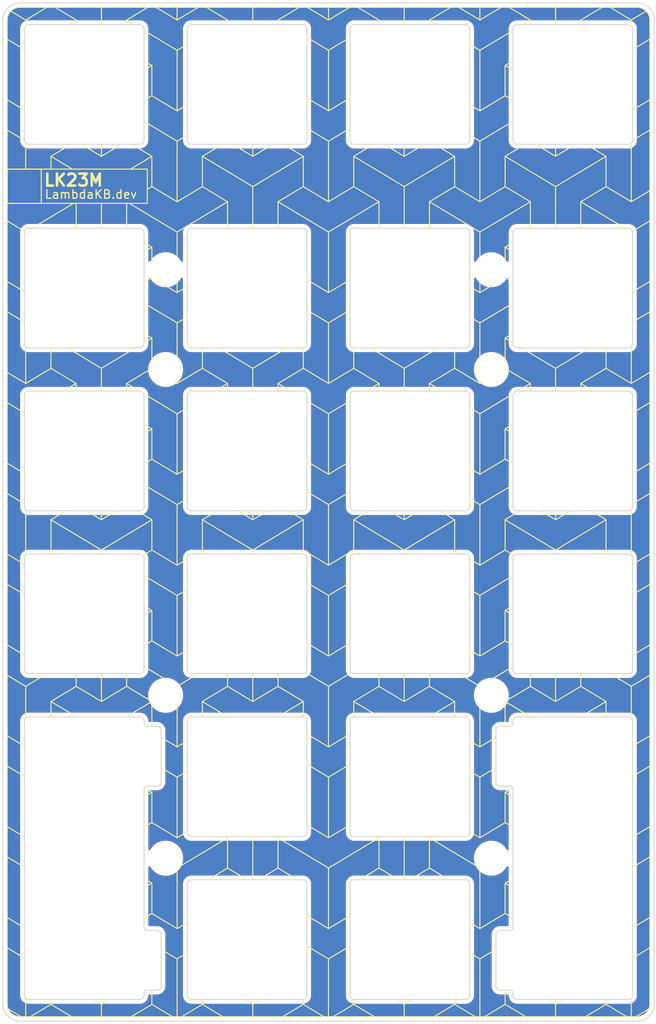
<source format=kicad_pcb>
(kicad_pcb (version 20240108) (generator "pcbnew") (generator_version "8.0")
  (title_block (company "LambdaKB.dev"))
  (layers (0 "F.Cu" signal) (31 "B.Cu" signal) (34 "B.Paste" user) (35 "F.Paste" user) (36 "B.SilkS" user "B.Silkscreen") (37 "F.SilkS" user "F.Silkscreen") (38 "B.Mask" user) (39 "F.Mask" user) (44 "Edge.Cuts" user))
  (net 0 "")
  (footprint "" (layer "F.Cu") (at 47.625 59.775)
    (property "Reference" "H1" (hide yes))
    (property "Value" "")
    (pad "" np_thru_hole circle (at 0 0) (size 3.6 3.6) (drill 3.6) (layers "*.Cu" "*.Mask"))
  )
  (footprint "" (layer "F.Cu") (at 85.725 71.4375)
    (property "Reference" "H2" (hide yes))
    (property "Value" "")
    (pad "" np_thru_hole circle (at 0 0) (size 3.6 3.6) (drill 3.6) (layers "*.Cu" "*.Mask"))
  )
  (footprint "" (layer "F.Cu") (at 85.725 109.5375)
    (property "Reference" "H4" (hide yes))
    (property "Value" "")
    (pad "" np_thru_hole circle (at 0 0) (size 3.6 3.6) (drill 3.6) (layers "*.Cu" "*.Mask"))
  )
  (footprint "" (layer "F.Cu") (at 47.625 128.5875)
    (property "Reference" "H3" (hide yes))
    (property "Value" "")
    (pad "" np_thru_hole circle (at 0 0) (size 3.6 3.6) (drill 3.6) (layers "*.Cu" "*.Mask"))
  )
  (footprint "" (layer "B.Cu") (at 85.725 59.775 180)
    (property "Reference" "H5" (hide yes))
    (property "Value" "")
    (pad "" np_thru_hole circle (at 0 0 180) (size 3.6 3.6) (drill 3.6) (layers "*.Cu" "*.Mask"))
  )
  (footprint "" (layer "B.Cu") (at 47.625 109.5375 180)
    (property "Reference" "H8" (hide yes))
    (property "Value" "")
    (pad "" np_thru_hole circle (at 0 0 180) (size 3.6 3.6) (drill 3.6) (layers "*.Cu" "*.Mask"))
  )
  (footprint "" (layer "B.Cu") (at 85.725 128.5875 180)
    (property "Reference" "H7" (hide yes))
    (property "Value" "")
    (pad "" np_thru_hole circle (at 0 0 180) (size 3.6 3.6) (drill 3.6) (layers "*.Cu" "*.Mask"))
  )
  (footprint "" (layer "B.Cu") (at 47.625 71.4375 180)
    (property "Reference" "H6" (hide yes))
    (property "Value" "")
    (pad "" np_thru_hole circle (at 0 0 180) (size 3.6 3.6) (drill 3.6) (layers "*.Cu" "*.Mask"))
  )
  (gr_poly (pts (xy 104.274547 61.208438) (xy 102.250377 62.421802) (xy 102.250377 62.281242) (xy 104.274547 61.066846)) (stroke (width -0.000001)) (fill solid) (layer "F.SilkS"))
  (gr_poly (pts (xy 104.274547 93.083499) (xy 102.250377 94.296863) (xy 102.250377 94.156299) (xy 104.274547 92.941901)) (stroke (width -0.000001)) (fill solid) (layer "F.SilkS"))
  (gr_arc (start 104.275 145.637) (mid 103.83566 146.69766) (end 102.775 147.137) (stroke (width 0.12)) (layer "F.SilkS"))
  (gr_arc (start 29.075 30.575) (mid 29.51434 29.51434) (end 30.575 29.075) (stroke (width 0.12)) (layer "F.SilkS"))
  (gr_poly (pts (xy 31.31724 108.52235) (xy 31.31724 112.160884) (xy 31.308494 112.167186) (xy 31.299932 112.173636) (xy 31.291554 112.180238) (xy 31.283354 112.186992) (xy 31.275331 112.193901) (xy 31.267482 112.200967) (xy 31.259802 112.208193) (xy 31.252291 112.215581) (xy 31.244944 112.223133) (xy 31.237758 112.230851) (xy 31.230731 112.238737) (xy 31.223859 112.246794) (xy 31.21714 112.255024) (xy 31.21057 112.263429) (xy 31.204147 112.272011) (xy 31.197868 112.280772) (xy 31.197868 108.52235) (xy 29.075 107.249042) (xy 29.075 107.108997) (xy 31.258846 108.418994) (xy 33.601855 107.012363) (xy 33.834916 107.012363)) (stroke (width -0.000001)) (fill solid) (layer "F.SilkS"))
  (gr_poly (pts (xy 75.469585 88.901321) (xy 75.469585 87.962363) (xy 75.588439 87.962363) (xy 75.588439 88.903388) (xy 77.156821 87.962363) (xy 77.389365 87.962363) (xy 75.530048 89.079089) (xy 73.669692 87.962363) (xy 73.90327 87.962363)) (stroke (width -0.000001)) (fill solid) (layer "F.SilkS"))
  (gr_poly (pts (xy 31.100199 87.073527) (xy 31.100199 87.214088) (xy 29.075 85.999175) (xy 29.075 85.858096)) (stroke (width -0.000001)) (fill solid) (layer "F.SilkS"))
  (gr_poly (pts (xy 48.906863 30.465613) (xy 48.906863 29.075) (xy 49.026237 29.075) (xy 49.026237 30.463546) (xy 51.343408 29.075) (xy 51.576469 29.075) (xy 48.965776 30.641313) (xy 46.356116 29.075) (xy 46.589175 29.075)) (stroke (width -0.000001)) (fill solid) (layer "F.SilkS"))
  (gr_poly (pts (xy 31.258846 30.641313) (xy 29.474976 29.570577) (xy 29.475492 29.57006) (xy 29.496155 29.547399) (xy 29.516712 29.52523) (xy 29.527124 29.514317) (xy 29.537717 29.503514) (xy 29.548561 29.492813) (xy 29.559725 29.48221) (xy 29.560758 29.481177) (xy 29.561275 29.481177) (xy 31.258846 30.500753) (xy 33.634928 29.075) (xy 33.867989 29.075)) (stroke (width -0.000001)) (fill solid) (layer "F.SilkS"))
  (gr_poly (pts (xy 31.100199 129.573779) (xy 31.100199 129.713817) (xy 29.075 128.498904) (xy 29.075 128.359378)) (stroke (width -0.000001)) (fill solid) (layer "F.SilkS"))
  (gr_poly (pts (xy 104.274547 114.332843) (xy 102.250377 115.546207) (xy 102.250377 115.408229) (xy 104.274547 114.192287)) (stroke (width -0.000001)) (fill solid) (layer "F.SilkS"))
  (gr_poly (pts (xy 75.588439 131.112697) (xy 75.469585 131.112697) (xy 75.469585 126.062366) (xy 75.588439 126.062366)) (stroke (width -0.000001)) (fill solid) (layer "F.SilkS"))
  (gr_poly (pts (xy 104.274547 64.747756) (xy 102.250377 65.962672) (xy 102.250377 65.822112) (xy 104.274547 64.607715)) (stroke (width -0.000001)) (fill solid) (layer "F.SilkS"))
  (gr_poly (pts (xy 93.297435 31.100199) (xy 93.178584 31.100199) (xy 93.178584 29.075) (xy 93.297435 29.075)) (stroke (width -0.000001)) (fill solid) (layer "F.SilkS"))
  (gr_poly (pts (xy 40.172514 54.9127) (xy 40.051591 54.9127) (xy 40.051591 52.006934) (xy 40.172514 52.006934)) (stroke (width -0.000001)) (fill solid) (layer "F.SilkS"))
  (gr_poly (pts (xy 60.889596 126.196201) (xy 66.674773 129.666789) (xy 72.461497 126.198268) (xy 72.461497 126.196201) (xy 72.238258 126.062366) (xy 72.468734 126.062366) (xy 72.600509 126.141429) (xy 72.60826 126.145045) (xy 72.637717 126.162616) (xy 72.637717 126.187938) (xy 72.637753 126.188713) (xy 72.637778 126.189489) (xy 72.637793 126.190264) (xy 72.637798 126.19104) (xy 72.637793 126.191816) (xy 72.637778 126.192593) (xy 72.637753 126.19337) (xy 72.637717 126.194148) (xy 72.637717 126.196208) (xy 72.637805 126.197433) (xy 72.637868 126.19866) (xy 72.637905 126.199887) (xy 72.637918 126.201114) (xy 72.637905 126.202341) (xy 72.637868 126.203568) (xy 72.637805 126.204794) (xy 72.637717 126.20602) (xy 72.637717 129.703998) (xy 74.985378 131.112697) (xy 74.7518 131.112697) (xy 72.576736 129.809421) (xy 70.405811 131.112697) (xy 70.171718 131.112697) (xy 72.518344 129.703998) (xy 72.518344 126.303691) (xy 66.735233 129.772212) (xy 66.735233 136.715968) (xy 69.200198 135.236484) (xy 69.200198 135.37704) (xy 66.674773 136.891673) (xy 64.150378 135.377559) (xy 64.150378 135.236484) (xy 66.61431 136.715968) (xy 66.61431 129.772212) (xy 60.832751 126.303691) (xy 60.832751 129.703998) (xy 63.178863 131.112697) (xy 62.9458 131.112697) (xy 60.77229 129.809421) (xy 58.598264 131.112697) (xy 58.365201 131.112697) (xy 60.711829 129.703998) (xy 60.711829 126.163135) (xy 60.740768 126.145564) (xy 60.87926 126.062366) (xy 61.112838 126.062366)) (stroke (width -0.000001)) (fill solid) (layer "F.SilkS"))
  (gr_poly (pts (xy 31.100199 140.2) (xy 31.100199 140.339008) (xy 29.075 139.124103) (xy 29.075 138.985088)) (stroke (width -0.000001)) (fill solid) (layer "F.SilkS"))
  (gr_poly (pts (xy 48.967326 119.043666) (xy 50.150199 118.333636) (xy 50.150199 118.473163) (xy 49.026237 119.14754) (xy 49.026237 126.090785) (xy 50.150199 125.416408) (xy 50.150199 125.556964) (xy 48.965776 126.266483) (xy 46.014535 124.497081) (xy 45.100377 125.045367) (xy 45.100377 124.904811) (xy 45.955623 124.391666) (xy 45.955623 120.991351) (xy 45.100377 121.504497) (xy 45.100377 121.36497) (xy 45.899297 120.885936) (xy 45.899297 120.883868) (xy 45.17221 120.448238) (xy 45.173825 120.440573) (xy 45.175594 120.432999) (xy 45.177519 120.425515) (xy 45.179603 120.418121) (xy 45.18185 120.410818) (xy 45.184263 120.403607) (xy 45.186845 120.396488) (xy 45.189599 120.389461) (xy 45.192528 120.382526) (xy 45.195636 120.375685) (xy 45.198925 120.368937) (xy 45.202398 120.362282) (xy 45.20606 120.355722) (xy 45.209912 120.349257) (xy 45.213958 120.342887) (xy 45.218202 120.336612) (xy 46.03779 120.829089) (xy 46.045539 120.832706) (xy 46.074996 120.850276) (xy 46.074996 120.875591) (xy 46.075031 120.876366) (xy 46.075056 120.877141) (xy 46.075071 120.877917) (xy 46.075076 120.878693) (xy 46.075071 120.879469) (xy 46.075056 120.880246) (xy 46.075031 120.881023) (xy 46.074996 120.881801) (xy 46.074996 120.88335) (xy 46.074999 120.883737) (xy 46.075 120.884124) (xy 46.074999 120.88451) (xy 46.074996 120.884898) (xy 46.074996 124.391666) (xy 48.906863 126.092853) (xy 48.906863 119.14754) (xy 47.100255 118.063884) (xy 47.100255 117.923328)) (stroke (width -0.000001)) (fill solid) (layer "F.SilkS"))
  (gr_poly (pts (xy 75.588439 31.100199) (xy 75.469585 31.100199) (xy 75.469585 29.075) (xy 75.588439 29.075)) (stroke (width -0.000001)) (fill solid) (layer "F.SilkS"))
  (gr_poly (pts (xy 69.200198 96.418697) (xy 66.735233 97.897159) (xy 66.735233 104.840915) (xy 69.200198 103.361423) (xy 69.200198 103.502498) (xy 66.674773 105.01662) (xy 64.150378 103.503017) (xy 64.150378 103.361423) (xy 66.61431 104.840915) (xy 66.61431 97.897159) (xy 64.150378 96.419208) (xy 64.150378 96.277103) (xy 66.674773 97.791736) (xy 69.200198 96.277103)) (stroke (width -0.000001)) (fill solid) (layer "F.SilkS"))
  (gr_poly (pts (xy 31.100199 41.030343) (xy 31.100199 41.171419) (xy 29.075 39.955473) (xy 29.075 39.815946)) (stroke (width -0.000001)) (fill solid) (layer "F.SilkS"))
  (gr_poly (pts (xy 48.967326 34.043689) (xy 50.150199 33.333655) (xy 50.150199 33.472665) (xy 49.026237 34.147042) (xy 49.026237 41.088737) (xy 50.150199 40.414876) (xy 50.150199 40.555953) (xy 48.965776 41.266503) (xy 46.014535 39.495036) (xy 45.100377 40.043323) (xy 45.100377 39.904313) (xy 45.955623 39.391166) (xy 45.955623 35.989307) (xy 45.100377 36.502454) (xy 45.100377 36.363444) (xy 45.901363 35.88337) (xy 45.100377 35.403813) (xy 45.100377 35.26532) (xy 46.016086 35.815157) (xy 46.03779 35.82911) (xy 46.045541 35.832727) (xy 46.046067 35.833234) (xy 46.046587 35.833748) (xy 46.0471 35.834268) (xy 46.047607 35.834794) (xy 46.048891 35.835402) (xy 46.05016 35.83604) (xy 46.051414 35.836707) (xy 46.052651 35.837404) (xy 46.053871 35.83813) (xy 46.055074 35.838884) (xy 46.056259 35.839667) (xy 46.057426 35.840479) (xy 46.074996 35.850297) (xy 46.074996 35.874068) (xy 46.075026 35.874778) (xy 46.075047 35.875489) (xy 46.075059 35.8762) (xy 46.075063 35.87691) (xy 46.075059 35.877621) (xy 46.075047 35.878332) (xy 46.075026 35.879042) (xy 46.074996 35.879753) (xy 46.074996 35.88337) (xy 46.075084 35.884596) (xy 46.075147 35.885823) (xy 46.075185 35.887051) (xy 46.075198 35.888279) (xy 46.075185 35.889508) (xy 46.075147 35.890736) (xy 46.075084 35.891963) (xy 46.074996 35.893189) (xy 46.074996 39.391166) (xy 48.906863 41.090804) (xy 48.906863 34.147042) (xy 45.100377 31.862427) (xy 45.100377 31.723934)) (stroke (width -0.000001)) (fill solid) (layer "F.SilkS"))
  (gr_poly (pts (xy 90.287803 30.50282) (xy 90.309505 30.516256) (xy 90.317256 30.52039) (xy 90.317783 30.520897) (xy 90.318303 30.521411) (xy 90.318817 30.521931) (xy 90.319324 30.522457) (xy 90.320608 30.523065) (xy 90.321877 30.523702) (xy 90.323131 30.52437) (xy 90.324368 30.525066) (xy 90.325588 30.525792) (xy 90.326791 30.526547) (xy 90.327976 30.52733) (xy 90.329143 30.528141) (xy 90.346713 30.53796) (xy 90.346713 31.100199) (xy 90.22734 31.100199) (xy 90.22734 30.676453) (xy 89.521442 31.100199) (xy 89.288379 31.100199) (xy 90.170497 30.571033) (xy 88.750945 29.719405) (xy 87.674525 29.075) (xy 87.909133 29.075)) (stroke (width -0.000001)) (fill solid) (layer "F.SilkS"))
  (gr_poly (pts (xy 66.61431 30.463546) (xy 66.61431 29.075) (xy 66.735233 29.075) (xy 66.735233 30.463546) (xy 69.049304 29.075) (xy 69.284431 29.075) (xy 66.674773 30.641313) (xy 64.062011 29.075) (xy 64.29869 29.075)) (stroke (width -0.000001)) (fill solid) (layer "F.SilkS"))
  (gr_poly (pts (xy 102.092761 30.500753) (xy 103.789821 29.48221) (xy 103.801047 29.492832) (xy 103.811965 29.503536) (xy 103.82264 29.514332) (xy 103.833133 29.525231) (xy 103.843509 29.536243) (xy 103.853831 29.547379) (xy 103.874568 29.57006) (xy 103.875606 29.571094) (xy 102.092761 30.641313) (xy 99.483104 29.075) (xy 99.717197 29.075)) (stroke (width -0.000001)) (fill solid) (layer "F.SilkS"))
  (gr_poly (pts (xy 37.221273 54.9127) (xy 37.10035 54.9127) (xy 37.10035 52.006934) (xy 37.221273 52.006934)) (stroke (width -0.000001)) (fill solid) (layer "F.SilkS"))
  (gr_poly (pts (xy 31.100199 65.823661) (xy 31.100199 65.963702) (xy 29.075 64.748275) (xy 29.075 64.608234)) (stroke (width -0.000001)) (fill solid) (layer "F.SilkS"))
  (gr_poly (pts (xy 87.395473 145.643077) (xy 89.886275 147.137042) (xy 89.653731 147.137042) (xy 87.33501 145.746951) (xy 85.016288 147.137042) (xy 84.783744 147.137042) (xy 87.274032 145.643604) (xy 87.274032 144.025607) (xy 87.395473 144.025607)) (stroke (width -0.000001)) (fill solid) (layer "F.SilkS"))
  (gr_poly (pts (xy 69.596226 145.093721) (xy 69.610841 145.097654) (xy 69.62556 145.101276) (xy 69.640432 145.104442) (xy 69.647942 145.10581) (xy 69.655509 145.10701) (xy 69.66314 145.108026) (xy 69.670841 145.108838) (xy 69.678617 145.10943) (xy 69.686477 145.109782) (xy 69.686477 145.643077) (xy 72.17728 147.137042) (xy 71.94577 147.137042) (xy 69.626014 145.746951) (xy 67.307292 147.137042) (xy 67.074748 147.137042) (xy 69.567104 145.641528) (xy 69.567104 145.08549)) (stroke (width -0.000001)) (fill solid) (layer "F.SilkS"))
  (gr_poly (pts (xy 32.124943 54.9127) (xy 31.894466 54.9127) (xy 36.736548 52.006934) (xy 36.967025 52.006934)) (stroke (width -0.000001)) (fill solid) (layer "F.SilkS"))
  (gr_poly (pts (xy 88.250198 84.989417) (xy 84.444228 87.272479) (xy 84.444228 94.213657) (xy 87.274032 92.516605) (xy 87.274032 88.975219) (xy 87.303485 88.957648) (xy 88.962817 87.962363) (xy 89.194846 87.962363) (xy 87.4518 89.008807) (xy 93.23904 92.481467) (xy 99.024219 89.008807) (xy 97.27962 87.962363) (xy 97.511653 87.962363) (xy 99.162715 88.954032) (xy 99.170467 88.957648) (xy 99.199916 88.975219) (xy 99.199916 92.516605) (xy 100.027774 93.012698) (xy 99.795749 93.012698) (xy 99.141521 92.619956) (xy 98.486781 93.012698) (xy 98.254237 93.012698) (xy 99.081065 92.516605) (xy 99.081065 89.116294) (xy 93.297435 92.584819) (xy 93.297435 93.012698) (xy 93.178584 93.012698) (xy 93.178584 92.584819) (xy 87.395473 89.116294) (xy 87.395473 92.516605) (xy 88.428481 93.136722) (xy 88.422635 93.141847) (xy 88.416946 93.147082) (xy 88.411406 93.152423) (xy 88.406004 93.157867) (xy 88.40073 93.163409) (xy 88.395575 93.169046) (xy 88.385582 93.180587) (xy 88.375944 93.192459) (xy 88.366585 93.204629) (xy 88.357424 93.217066) (xy 88.348384 93.229739) (xy 87.33501 92.622028) (xy 84.383769 94.391429) (xy 83.200378 93.681911) (xy 83.200378 93.540317) (xy 84.322791 94.213657) (xy 84.322791 87.272479) (xy 83.200378 86.599136) (xy 83.200378 86.457027) (xy 84.383769 87.16706) (xy 88.250198 84.847305)) (stroke (width -0.000001)) (fill solid) (layer "F.SilkS"))
  (gr_poly (pts (xy 48.967843 87.168613) (xy 50.150199 86.459094) (xy 50.150199 86.598106) (xy 49.026237 87.272479) (xy 49.026237 94.213657) (xy 50.150199 93.540317) (xy 50.150199 93.680362) (xy 48.965776 94.391429) (xy 46.016603 92.619956) (xy 46.014535 92.619956) (xy 45.00116 93.228191) (xy 44.992212 93.215741) (xy 44.983153 93.20352) (xy 44.973905 93.191558) (xy 44.96439 93.179887) (xy 44.959508 93.17417) (xy 44.954529 93.168537) (xy 44.949445 93.162992) (xy 44.944245 93.157539) (xy 44.93892 93.152182) (xy 44.93346 93.146924) (xy 44.927854 93.141769) (xy 44.922094 93.136722) (xy 45.955623 92.516605) (xy 45.955623 89.116294) (xy 40.172514 92.584819) (xy 40.172514 93.012698) (xy 40.051591 93.012698) (xy 40.051591 92.584819) (xy 34.270549 89.116294) (xy 34.270549 92.516605) (xy 35.096855 93.012698) (xy 34.86121 93.012698) (xy 34.20957 92.622028) (xy 33.557931 93.012698) (xy 33.322286 93.012698) (xy 34.149109 92.516605) (xy 34.149109 88.975219) (xy 34.178564 88.957648) (xy 35.836344 87.962363) (xy 36.071989 87.962363) (xy 34.326876 89.008807) (xy 40.112052 92.4794) (xy 45.899297 89.008807) (xy 44.152633 87.962363) (xy 44.386727 87.962363) (xy 46.03779 88.954032) (xy 46.045539 88.957648) (xy 46.074996 88.975219) (xy 46.074996 89.000541) (xy 46.075031 89.001316) (xy 46.075056 89.002092) (xy 46.075071 89.002867) (xy 46.075076 89.003642) (xy 46.075071 89.004417) (xy 46.075056 89.005191) (xy 46.075031 89.005966) (xy 46.074996 89.00674) (xy 46.074996 92.516605) (xy 48.906863 94.215724) (xy 48.906863 87.272479) (xy 45.100377 84.988898) (xy 45.100377 84.847823)) (stroke (width -0.000001)) (fill solid) (layer "F.SilkS"))
  (gr_line (start 29.075 145.637) (end 29.075 30.575) (stroke (width 0.12)) (layer "F.SilkS"))
  (gr_poly (pts (xy 88.250198 42.488135) (xy 84.444228 44.772233) (xy 84.444228 51.713927) (xy 87.274032 50.016357) (xy 87.274032 46.475488) (xy 87.291602 46.465671) (xy 87.303485 46.457917) (xy 89.567432 45.099862) (xy 89.798427 45.099862) (xy 87.450248 46.508561) (xy 93.23904 49.981218) (xy 99.026286 46.508561) (xy 96.678111 45.099862) (xy 96.908588 45.099862) (xy 99.162715 46.453784) (xy 99.170467 46.457401) (xy 99.17099 46.457907) (xy 99.171508 46.458421) (xy 99.17202 46.458941) (xy 99.172527 46.459468) (xy 99.173817 46.460138) (xy 99.175091 46.460839) (xy 99.176347 46.46157) (xy 99.177585 46.462331) (xy 99.178804 46.463122) (xy 99.180005 46.463943) (xy 99.181185 46.464792) (xy 99.182346 46.465671) (xy 99.199916 46.475488) (xy 99.199916 46.50081) (xy 99.199946 46.50152) (xy 99.199968 46.502231) (xy 99.19998 46.502941) (xy 99.199985 46.503652) (xy 99.19998 46.504362) (xy 99.199968 46.505073) (xy 99.199946 46.505783) (xy 99.199916 46.506494) (xy 99.199916 46.508561) (xy 99.200004 46.509787) (xy 99.200066 46.511014) (xy 99.200104 46.512243) (xy 99.200116 46.513471) (xy 99.200104 46.514699) (xy 99.200066 46.515927) (xy 99.200004 46.517154) (xy 99.199916 46.51838) (xy 99.199916 50.016357) (xy 102.031787 51.713927) (xy 102.031787 45.00271) (xy 102.040503 44.996484) (xy 102.049041 44.990115) (xy 102.057402 44.9836) (xy 102.065589 44.976937) (xy 102.073605 44.970122) (xy 102.081451 44.963152) (xy 102.089131 44.956026) (xy 102.096647 44.94874) (xy 102.104002 44.941292) (xy 102.111197 44.933678) (xy 102.118235 44.925896) (xy 102.125118 44.917944) (xy 102.13185 44.909818) (xy 102.138432 44.901515) (xy 102.144867 44.893034) (xy 102.151157 44.884371) (xy 102.151157 51.715478) (xy 104.274547 50.441653) (xy 104.274547 50.583247) (xy 102.092761 51.891694) (xy 99.141521 50.120227) (xy 99.139461 50.120227) (xy 96.303455 51.821414) (xy 101.460246 54.9127) (xy 101.224086 54.9127) (xy 96.248676 51.926835) (xy 96.248676 54.9127) (xy 96.129825 54.9127) (xy 96.129825 51.787826) (xy 96.147395 51.778007) (xy 96.158763 51.770255) (xy 99.081065 50.016357) (xy 99.081065 46.61398) (xy 93.297435 50.085086) (xy 93.297435 54.9127) (xy 93.178584 54.9127) (xy 93.178584 50.085086) (xy 87.395473 46.61398) (xy 87.395473 50.016357) (xy 90.309505 51.76612) (xy 90.317256 51.770255) (xy 90.317783 51.770762) (xy 90.318303 51.771276) (xy 90.318817 51.771796) (xy 90.319324 51.772323) (xy 90.320608 51.77293) (xy 90.321877 51.773568) (xy 90.323131 51.774235) (xy 90.324368 51.774932) (xy 90.325588 51.775657) (xy 90.326791 51.776412) (xy 90.327976 51.777195) (xy 90.329143 51.778007) (xy 90.346713 51.787826) (xy 90.346713 51.822965) (xy 90.346768 51.823933) (xy 90.346808 51.824902) (xy 90.346831 51.825871) (xy 90.346839 51.826841) (xy 90.346831 51.82781) (xy 90.346808 51.828779) (xy 90.346768 51.829748) (xy 90.346713 51.830716) (xy 90.346713 54.9127) (xy 90.22734 54.9127) (xy 90.22734 51.926835) (xy 84.444228 55.397424) (xy 84.444228 62.338603) (xy 87.274032 60.641549) (xy 87.274032 57.100681) (xy 87.291602 57.090861) (xy 87.303485 57.08311) (xy 88.250198 56.515186) (xy 88.250198 56.653678) (xy 87.450248 57.133752) (xy 88.250198 57.613826) (xy 88.250198 57.752319) (xy 87.395473 57.239171) (xy 87.395473 60.641549) (xy 88.250198 61.154697) (xy 88.250198 61.295772) (xy 87.33501 60.746968) (xy 84.383769 62.516368) (xy 83.200378 61.806854) (xy 83.200378 61.66526) (xy 84.322791 62.338603) (xy 84.322791 55.397424) (xy 78.53968 51.926835) (xy 78.53968 54.9127) (xy 78.420825 54.9127) (xy 78.420825 51.821414) (xy 78.596526 51.821414) (xy 84.383769 55.292005) (xy 90.170497 51.821414) (xy 88.750945 50.969789) (xy 87.33501 50.121778) (xy 84.383769 51.891694) (xy 81.432529 50.121778) (xy 80.016593 50.969789) (xy 78.596526 51.821414) (xy 78.420825 51.821414) (xy 78.420825 51.787826) (xy 78.438396 51.778007) (xy 78.449764 51.770255) (xy 81.372066 50.016357) (xy 81.372066 46.61398) (xy 75.588439 50.085086) (xy 75.588439 54.9127) (xy 75.469585 54.9127) (xy 75.469585 50.085086) (xy 69.686477 46.61398) (xy 69.686477 50.016357) (xy 72.600509 51.76612) (xy 72.60826 51.770255) (xy 72.608787 51.770762) (xy 72.609307 51.771276) (xy 72.609821 51.771796) (xy 72.610328 51.772323) (xy 72.611612 51.77293) (xy 72.612881 51.773568) (xy 72.614135 51.774235) (xy 72.615372 51.774932) (xy 72.616592 51.775657) (xy 72.617795 51.776412) (xy 72.61898 51.777195) (xy 72.620147 51.778007) (xy 72.637717 51.787826) (xy 72.637717 51.81315) (xy 72.637753 51.813924) (xy 72.637778 51.814699) (xy 72.637793 51.815474) (xy 72.637798 51.816249) (xy 72.637793 51.817024) (xy 72.637778 51.817798) (xy 72.637753 51.818573) (xy 72.637717 51.819347) (xy 72.637724 51.819863) (xy 72.637726 51.820379) (xy 72.637724 51.820896) (xy 72.637717 51.821412) (xy 72.637722 51.8218) (xy 72.637723 51.822188) (xy 72.637722 51.822576) (xy 72.637717 51.822965) (xy 72.637717 54.9127) (xy 72.518344 54.9127) (xy 72.518344 51.926835) (xy 66.735233 55.397424) (xy 66.735233 62.338603) (xy 69.200198 60.861175) (xy 69.200198 61.000699) (xy 66.674773 62.516368) (xy 64.150378 61.002767) (xy 64.150378 60.861175) (xy 66.61431 62.338603) (xy 66.61431 55.397424) (xy 60.832751 51.926835) (xy 60.832751 54.9127) (xy 60.711829 54.9127) (xy 60.711829 51.821414) (xy 60.887529 51.821414) (xy 66.674773 55.292005) (xy 72.463565 51.821414) (xy 69.627563 50.120227) (xy 69.626014 50.120227) (xy 66.674773 51.891694) (xy 63.723533 50.121778) (xy 60.887529 51.821414) (xy 60.711829 51.821414) (xy 60.711829 51.787826) (xy 60.7294 51.778007) (xy 60.740768 51.770255) (xy 63.66307 50.016357) (xy 63.66307 46.61398) (xy 57.881511 50.085086) (xy 57.881511 54.9127) (xy 57.760589 54.9127) (xy 57.760589 50.085086) (xy 51.977477 46.61398) (xy 51.977477 50.016357) (xy 54.90133 51.770255) (xy 54.902881 51.772323) (xy 54.903965 51.772957) (xy 54.905036 51.773613) (xy 54.906093 51.774292) (xy 54.907134 51.774992) (xy 54.908161 51.775713) (xy 54.909173 51.776457) (xy 54.910169 51.777221) (xy 54.911149 51.778007) (xy 54.92872 51.787826) (xy 54.92872 54.9127) (xy 54.809346 54.9127) (xy 54.809346 51.926835) (xy 49.026237 55.397424) (xy 49.026237 62.338603) (xy 50.150199 61.66526) (xy 50.150199 61.805301) (xy 48.965776 62.516368) (xy 46.016603 60.744903) (xy 46.014535 60.744903) (xy 45.100377 61.293704) (xy 45.100377 61.154697) (xy 45.955623 60.641549) (xy 45.955623 57.239171) (xy 45.100377 57.752319) (xy 45.100377 57.613826) (xy 45.901363 57.133752) (xy 45.100377 56.654195) (xy 45.100377 56.515702) (xy 46.03779 57.078975) (xy 46.045539 57.082593) (xy 46.046065 57.0831) (xy 46.046586 57.083614) (xy 46.0471 57.084134) (xy 46.047607 57.084661) (xy 46.048891 57.085268) (xy 46.05016 57.085906) (xy 46.051414 57.086573) (xy 46.052651 57.08727) (xy 46.053871 57.087995) (xy 46.055074 57.08875) (xy 46.056259 57.089533) (xy 46.057426 57.090345) (xy 46.074996 57.100164) (xy 46.074996 60.641549) (xy 48.906863 62.340671) (xy 48.906863 55.397424) (xy 43.25708 52.006934) (xy 43.487557 52.006934) (xy 48.967326 55.29407) (xy 54.754569 51.821414) (xy 51.918567 50.120227) (xy 48.965776 51.891694) (xy 46.014535 50.120227) (xy 45.475034 50.443723) (xy 45.475034 50.304711) (xy 45.955623 50.016357) (xy 45.955623 46.61398) (xy 43.636385 48.006145) (xy 43.403324 48.006145) (xy 45.901363 46.508561) (xy 43.548535 45.099862) (xy 43.783663 45.099862) (xy 46.03779 46.453784) (xy 46.045539 46.457401) (xy 46.046065 46.457907) (xy 46.046586 46.458421) (xy 46.0471 46.458941) (xy 46.047607 46.459468) (xy 46.048898 46.460138) (xy 46.050172 46.460839) (xy 46.051428 46.46157) (xy 46.052666 46.462331) (xy 46.053886 46.463122) (xy 46.055086 46.463943) (xy 46.056266 46.464792) (xy 46.057426 46.465671) (xy 46.074996 46.475488) (xy 46.074996 50.016357) (xy 48.906863 51.715478) (xy 48.906863 44.772233) (xy 45.100377 42.487618) (xy 45.100377 42.349125) (xy 48.967326 44.66888) (xy 50.150199 43.958846) (xy 50.150199 44.097856) (xy 49.026237 44.772233) (xy 49.026237 51.713927) (xy 51.858106 50.016357) (xy 51.858106 46.475488) (xy 51.875674 46.465671) (xy 51.887561 46.457917) (xy 54.149955 45.099862) (xy 54.380431 45.099862) (xy 52.032254 46.508561) (xy 57.82105 49.97915) (xy 63.608295 46.508561) (xy 61.257015 45.099862) (xy 61.49266 45.099862) (xy 63.742652 46.451717) (xy 63.743177 46.451957) (xy 63.7437 46.452203) (xy 63.74422 46.452454) (xy 63.744738 46.45271) (xy 63.745253 46.452971) (xy 63.745766 46.453237) (xy 63.746276 46.453508) (xy 63.746783 46.453784) (xy 63.754543 46.457917) (xy 63.755064 46.458297) (xy 63.755583 46.458681) (xy 63.756096 46.459072) (xy 63.756602 46.459468) (xy 63.757894 46.460138) (xy 63.759169 46.460839) (xy 63.760425 46.46157) (xy 63.761664 46.462331) (xy 63.762883 46.463122) (xy 63.764083 46.463943) (xy 63.765262 46.464792) (xy 63.766422 46.465671) (xy 63.783992 46.475488) (xy 63.783992 50.016357) (xy 66.61431 51.713927) (xy 66.61431 44.772233) (xy 64.150378 43.293254) (xy 64.150378 43.152694) (xy 66.674773 44.666813) (xy 69.200198 43.152694) (xy 69.200198 43.292737) (xy 66.735233 44.772233) (xy 66.735233 51.713927) (xy 69.567104 50.016357) (xy 69.567104 46.475488) (xy 69.58467 46.465671) (xy 69.596557 46.457917) (xy 71.858951 45.099862) (xy 72.089427 45.099862) (xy 69.741252 46.508561) (xy 75.530048 49.981218) (xy 81.317291 46.508561) (xy 78.969112 45.099862) (xy 79.199588 45.099862) (xy 81.455783 46.453784) (xy 81.463535 46.457917) (xy 81.464061 46.458424) (xy 81.464581 46.458938) (xy 81.465093 46.459459) (xy 81.465598 46.459985) (xy 81.466882 46.460593) (xy 81.468151 46.461231) (xy 81.469404 46.461898) (xy 81.470641 46.462595) (xy 81.471861 46.463321) (xy 81.473064 46.464076) (xy 81.47425 46.464859) (xy 81.475417 46.465671) (xy 81.492988 46.475488) (xy 81.492988 50.016357) (xy 84.322791 51.713927) (xy 84.322791 44.772233) (xy 83.200378 44.098889) (xy 83.200378 43.957296) (xy 84.383769 44.666813) (xy 88.250198 42.348092)) (stroke (width -0.000001)) (fill solid) (layer "F.SilkS"))
  (gr_poly (pts (xy 75.530048 71.231082) (xy 79.39286 68.91236) (xy 79.625404 68.91236) (xy 75.588439 71.334953) (xy 75.588439 73.962699) (xy 75.469585 73.962699) (xy 75.469585 71.334953) (xy 71.43262 68.91236) (xy 71.666198 68.91236)) (stroke (width -0.000001)) (fill solid) (layer "F.SilkS"))
  (gr_poly (pts (xy 81.492988 145.643604) (xy 83.983276 147.137042) (xy 83.751251 147.137042) (xy 81.432529 145.746951) (xy 79.113807 147.137042) (xy 78.880744 147.137042) (xy 81.372066 145.643604) (xy 81.372066 145.112361) (xy 81.492988 145.112361)) (stroke (width -0.000001)) (fill solid) (layer "F.SilkS"))
  (gr_poly (pts (xy 31.100199 76.448852) (xy 31.100199 76.588897) (xy 29.075 75.373985) (xy 29.075 75.233424)) (stroke (width -0.000001)) (fill solid) (layer "F.SilkS"))
  (gr_poly (pts (xy 57.760589 88.901321) (xy 57.760589 87.962363) (xy 57.881511 87.962363) (xy 57.881511 88.901321) (xy 59.44679 87.962363) (xy 59.68295 87.962363) (xy 57.82105 89.079089) (xy 55.960696 87.962363) (xy 56.194274 87.962363)) (stroke (width -0.000001)) (fill solid) (layer "F.SilkS"))
  (gr_poly (pts (xy 31.100199 97.698718) (xy 31.100199 97.838763) (xy 29.075 96.623851) (xy 29.075 96.483287)) (stroke (width -0.000001)) (fill solid) (layer "F.SilkS"))
  (gr_poly (pts (xy 88.358464 74.163224) (xy 88.350304 74.174322) (xy 88.342504 74.18564) (xy 88.335062 74.197176) (xy 88.327974 74.208925) (xy 88.321237 74.220885) (xy 88.314847 74.233052) (xy 88.308801 74.245423) (xy 88.303096 74.257993) (xy 88.297728 74.270761) (xy 88.292695 74.283722) (xy 88.287991 74.296872) (xy 88.283616 74.31021) (xy 88.279564 74.32373) (xy 88.275832 74.33743) (xy 88.272418 74.351306) (xy 84.444228 76.647288) (xy 84.444228 83.588985) (xy 87.274032 81.891414) (xy 87.274032 78.350543) (xy 87.291602 78.340728) (xy 87.303485 78.332977) (xy 88.250198 77.765052) (xy 88.250198 77.904578) (xy 87.4518 78.383617) (xy 88.250198 78.862659) (xy 88.250198 79.003734) (xy 87.395473 78.491103) (xy 87.395473 81.891414) (xy 88.250198 82.404559) (xy 88.250198 82.545638) (xy 87.33501 81.996833) (xy 84.383769 83.766235) (xy 83.200378 83.056716) (xy 83.200378 82.915126) (xy 84.322791 83.58847) (xy 84.322791 76.647288) (xy 83.200378 75.973945) (xy 83.200378 75.831836) (xy 84.383769 76.541869) (xy 88.366988 74.152351)) (stroke (width -0.000001)) (fill solid) (layer "F.SilkS"))
  (gr_poly (pts (xy 104.274547 103.70869) (xy 102.250377 104.922054) (xy 102.250377 104.783038) (xy 104.274547 103.567096)) (stroke (width -0.000001)) (fill solid) (layer "F.SilkS"))
  (gr_poly (pts (xy 104.166934 146.152975) (xy 104.157619 146.177143) (xy 104.147898 146.200916) (xy 104.137769 146.224381) (xy 104.127232 146.247627) (xy 104.116285 146.270744) (xy 104.104928 146.29382) (xy 104.093158 146.316943) (xy 102.725284 147.137042) (xy 102.493778 147.137042) (xy 104.175845 146.128322)) (stroke (width -0.000001)) (fill solid) (layer "F.SilkS"))
  (gr_arc (start 30.575 147.137) (mid 29.51434 146.69766) (end 29.075 145.637) (stroke (width 0.12)) (layer "F.SilkS"))
  (gr_poly (pts (xy 57.881511 31.100199) (xy 57.760589 31.100199) (xy 57.760589 29.075) (xy 57.881511 29.075)) (stroke (width -0.000001)) (fill solid) (layer "F.SilkS"))
  (gr_poly (pts (xy 30.858354 147.137042) (xy 30.626326 147.137042) (xy 29.255868 146.315387) (xy 29.255756 146.315181) (xy 29.255637 146.31498) (xy 29.255512 146.314784) (xy 29.255382 146.314591) (xy 29.255112 146.314213) (xy 29.254833 146.313841) (xy 29.254554 146.313469) (xy 29.254284 146.31309) (xy 29.254155 146.312896) (xy 29.25403 146.312699) (xy 29.253912 146.312497) (xy 29.2538 146.312289) (xy 29.242364 146.289578) (xy 29.231364 146.266887) (xy 29.220784 146.244139) (xy 29.210611 146.221254) (xy 29.200831 146.198153) (xy 29.191429 146.174759) (xy 29.182391 146.150991) (xy 29.173702 146.126773) (xy 29.173702 146.125743)) (stroke (width -0.000001)) (fill solid) (layer "F.SilkS"))
  (gr_poly (pts (xy 37.221273 108.454135) (xy 40.051591 110.153255) (xy 40.051591 107.012363) (xy 40.172514 107.012363) (xy 40.172514 110.153255) (xy 43.002832 108.454135) (xy 43.002832 107.012363) (xy 43.123755 107.012363) (xy 43.123755 108.453616) (xy 46.03779 110.203899) (xy 46.045539 110.207515) (xy 46.074996 110.225085) (xy 46.074996 110.250407) (xy 46.075031 110.251183) (xy 46.075056 110.251958) (xy 46.075071 110.252734) (xy 46.075076 110.25351) (xy 46.075071 110.254286) (xy 46.075056 110.255063) (xy 46.075031 110.25584) (xy 46.074996 110.256618) (xy 46.074996 110.258678) (xy 46.075084 110.259903) (xy 46.075147 110.261129) (xy 46.075185 110.262356) (xy 46.075198 110.263584) (xy 46.075185 110.264813) (xy 46.075147 110.266041) (xy 46.075084 110.267269) (xy 46.074996 110.268497) (xy 46.074996 113.149455) (xy 45.955623 113.149455) (xy 45.955623 110.366161) (xy 43.126855 112.062701) (xy 42.892761 112.062701) (xy 45.899297 110.260745) (xy 45.899297 110.258678) (xy 43.063293 108.55955) (xy 40.112052 110.328952) (xy 37.160812 108.55955) (xy 34.326876 110.258678) (xy 37.333927 112.062701) (xy 37.098283 112.062701) (xy 34.270549 110.366161) (xy 34.270549 112.062701) (xy 34.149109 112.062701) (xy 34.149109 110.225604) (xy 34.178564 110.208034) (xy 37.10035 108.454135) (xy 37.10035 107.012363) (xy 37.221273 107.012363)) (stroke (width -0.000001)) (fill solid) (layer "F.SilkS"))
  (gr_poly (pts (xy 93.178584 46.40314) (xy 93.178584 45.099862) (xy 93.297435 45.099862) (xy 93.297435 46.401075) (xy 95.469394 45.099862) (xy 95.700908 45.099862) (xy 93.236972 46.578841) (xy 90.773044 45.099862) (xy 91.006622 45.099862)) (stroke (width -0.000001)) (fill solid) (layer "F.SilkS"))
  (gr_arc (start 102.775 29.075) (mid 103.83566 29.51434) (end 104.275 30.575) (stroke (width 0.12)) (layer "F.SilkS"))
  (gr_poly (pts (xy 75.469585 46.401075) (xy 75.469585 45.099862) (xy 75.588439 45.099862) (xy 75.588439 46.40314) (xy 77.760917 45.099862) (xy 77.99398 45.099862) (xy 75.530048 46.578841) (xy 73.064563 45.099862) (xy 73.298141 45.099862)) (stroke (width -0.000001)) (fill solid) (layer "F.SilkS"))
  (gr_poly (pts (xy 31.204147 87.753051) (xy 31.21057 87.761633) (xy 31.21714 87.770039) (xy 31.223859 87.778268) (xy 31.230731 87.786326) (xy 31.237758 87.794212) (xy 31.244944 87.80193) (xy 31.252291 87.809481) (xy 31.259802 87.816869) (xy 31.267482 87.824095) (xy 31.275331 87.831161) (xy 31.283354 87.83807) (xy 31.291554 87.844824) (xy 31.299932 87.851425) (xy 31.308494 87.857875) (xy 31.31724 87.864177) (xy 31.31724 93.110889) (xy 31.308494 93.117189) (xy 31.299932 93.123639) (xy 31.291554 93.130239) (xy 31.283354 93.136992) (xy 31.275331 93.1439) (xy 31.267482 93.150966) (xy 31.259802 93.158192) (xy 31.252291 93.16558) (xy 31.244944 93.173132) (xy 31.237758 93.18085) (xy 31.230731 93.188737) (xy 31.223859 93.196795) (xy 31.21714 93.205025) (xy 31.21057 93.213431) (xy 31.204147 93.222014) (xy 31.197868 93.230777) (xy 31.197868 87.744289)) (stroke (width -0.000001)) (fill solid) (layer "F.SilkS"))
  (gr_poly (pts (xy 31.13844 55.221725) (xy 31.135607 55.229012) (xy 31.133051 55.236412) (xy 31.130751 55.243915) (xy 31.128682 55.251513) (xy 31.126822 55.259197) (xy 31.125149 55.266957) (xy 31.122269 55.282671) (xy 31.119861 55.298583) (xy 31.117741 55.31462) (xy 31.113635 55.346782) (xy 29.075 54.123599) (xy 29.075 53.984075)) (stroke (width -0.000001)) (fill solid) (layer "F.SilkS"))
  (gr_poly (pts (xy 104.274547 135.582713) (xy 102.250377 136.796588) (xy 102.250377 136.657581) (xy 104.274547 135.441631)) (stroke (width -0.000001)) (fill solid) (layer "F.SilkS"))
  (gr_rect (start 29.075 48.005773) (end 45.475 52.006727) (stroke (width 0.12)) (fill none) (layer "F.SilkS"))
  (gr_poly (pts (xy 88.250198 95.614604) (xy 84.444228 97.897159) (xy 84.444228 104.840915) (xy 87.274032 103.141277) (xy 87.274032 99.600414) (xy 87.303485 99.582843) (xy 88.250198 99.014919) (xy 88.250198 99.154445) (xy 87.4518 99.633487) (xy 88.250198 100.112521) (xy 88.250198 100.253604) (xy 87.395473 99.74097) (xy 87.395473 103.141277) (xy 88.250198 103.65443) (xy 88.250198 103.796024) (xy 87.33501 103.247218) (xy 84.383769 105.01662) (xy 83.200378 104.307101) (xy 83.200378 104.166537) (xy 84.322791 104.840915) (xy 84.322791 97.897159) (xy 83.200378 97.223811) (xy 83.200378 97.081699) (xy 84.383769 97.791736) (xy 88.250198 95.47198)) (stroke (width -0.000001)) (fill solid) (layer "F.SilkS"))
  (gr_poly (pts (xy 31.100199 104.782527) (xy 31.100199 104.921535) (xy 29.075 103.707133) (xy 29.075 103.566577)) (stroke (width -0.000001)) (fill solid) (layer "F.SilkS"))
  (gr_poly (pts (xy 48.967843 76.543937) (xy 50.150199 75.834418) (xy 50.150199 75.97343) (xy 49.026237 76.647288) (xy 49.026237 83.588985) (xy 50.150199 82.915126) (xy 50.150199 83.055167) (xy 48.965776 83.766235) (xy 46.016603 81.994765) (xy 46.014535 81.994765) (xy 45.100377 82.543571) (xy 45.100377 82.404559) (xy 45.955623 81.891414) (xy 45.955623 78.491103) (xy 45.100377 79.004253) (xy 45.100377 78.862659) (xy 45.899297 78.383617) (xy 45.100377 77.905093) (xy 45.100377 77.765567) (xy 46.03779 78.328841) (xy 46.045539 78.332458) (xy 46.046065 78.332965) (xy 46.046586 78.333479) (xy 46.0471 78.333999) (xy 46.047607 78.334525) (xy 46.048898 78.335195) (xy 46.050172 78.335895) (xy 46.051428 78.336626) (xy 46.052666 78.337388) (xy 46.053886 78.338179) (xy 46.055086 78.339) (xy 46.056266 78.33985) (xy 46.057426 78.340728) (xy 46.074996 78.350543) (xy 46.074996 78.385684) (xy 46.075051 78.386653) (xy 46.075091 78.387622) (xy 46.075114 78.388591) (xy 46.075122 78.38956) (xy 46.075114 78.390529) (xy 46.075091 78.391498) (xy 46.075051 78.392467) (xy 46.074996 78.393436) (xy 46.074996 81.891414) (xy 48.906863 83.590533) (xy 48.906863 76.647288) (xy 45.077642 74.350787) (xy 45.074255 74.337071) (xy 45.070564 74.323529) (xy 45.066565 74.310163) (xy 45.062255 74.296976) (xy 45.057627 74.283972) (xy 45.052679 74.271154) (xy 45.047406 74.258526) (xy 45.041804 74.24609) (xy 45.035868 74.233849) (xy 45.029595 74.221807) (xy 45.022979 74.209966) (xy 45.016018 74.198331) (xy 45.008705 74.186904) (xy 45.001038 74.175688) (xy 44.993012 74.164687) (xy 44.984623 74.153903)) (stroke (width -0.000001)) (fill solid) (layer "F.SilkS"))
  (gr_poly (pts (xy 104.274547 117.873195) (xy 102.250377 119.087596) (xy 102.250377 118.947032) (xy 104.274547 117.732639)) (stroke (width -0.000001)) (fill solid) (layer "F.SilkS"))
  (gr_poly (pts (xy 33.07492 52.005693) (xy 29.075 52.005693) (xy 29.075 48.005773) (xy 33.07492 48.005773)) (stroke (width 0.12)) (fill none) (layer "F.SilkS"))
  (gr_poly (pts (xy 80.016593 29.719405) (xy 78.596526 30.571033) (xy 79.47916 31.100199) (xy 79.245582 31.100199) (xy 78.53968 30.676453) (xy 78.53968 31.100199) (xy 78.420825 31.100199) (xy 78.420825 30.53796) (xy 78.438396 30.528141) (xy 78.449764 30.52039) (xy 80.857886 29.075) (xy 81.093013 29.075)) (stroke (width -0.000001)) (fill solid) (layer "F.SilkS"))
  (gr_poly (pts (xy 57.881511 131.112697) (xy 57.760589 131.112697) (xy 57.760589 126.062366) (xy 57.881511 126.062366)) (stroke (width -0.000001)) (fill solid) (layer "F.SilkS"))
  (gr_poly (pts (xy 40.051591 88.901321) (xy 40.051591 87.962363) (xy 40.172514 87.962363) (xy 40.172514 88.901321) (xy 41.737793 87.962363) (xy 41.974471 87.962363) (xy 40.112052 89.079089) (xy 38.249634 87.962363) (xy 38.486312 87.962363)) (stroke (width -0.000001)) (fill solid) (layer "F.SilkS"))
  (gr_poly (pts (xy 72.578803 30.50282) (xy 72.600509 30.516256) (xy 72.60826 30.52039) (xy 72.608787 30.520897) (xy 72.609307 30.521411) (xy 72.609821 30.521931) (xy 72.610328 30.522457) (xy 72.611612 30.523065) (xy 72.612881 30.523702) (xy 72.614135 30.52437) (xy 72.615372 30.525066) (xy 72.616592 30.525792) (xy 72.617795 30.526547) (xy 72.61898 30.52733) (xy 72.620147 30.528141) (xy 72.637717 30.53796) (xy 72.637717 30.561214) (xy 72.637753 30.561989) (xy 72.637778 30.562764) (xy 72.637793 30.563539) (xy 72.637798 30.564315) (xy 72.637793 30.56509) (xy 72.637778 30.565866) (xy 72.637753 30.566641) (xy 72.637717 30.567415) (xy 72.637724 30.567932) (xy 72.637726 30.568449) (xy 72.637724 30.568966) (xy 72.637717 30.569482) (xy 72.637722 30.56987) (xy 72.637723 30.570258) (xy 72.637722 30.570645) (xy 72.637717 30.571033) (xy 72.637772 30.572001) (xy 72.637812 30.57297) (xy 72.637835 30.573939) (xy 72.637843 30.574908) (xy 72.637835 30.575878) (xy 72.637812 30.576847) (xy 72.637772 30.577816) (xy 72.637717 30.578784) (xy 72.637717 31.100199) (xy 72.518344 31.100199) (xy 72.518344 30.676453) (xy 71.812442 31.100199) (xy 71.580932 31.100199) (xy 72.463565 30.571033) (xy 69.969661 29.075) (xy 70.200137 29.075)) (stroke (width -0.000001)) (fill solid) (layer "F.SilkS"))
  (gr_poly (pts (xy 57.82105 145.606387) (xy 58.644771 145.112361) (xy 58.877315 145.112361) (xy 57.881511 145.709743) (xy 57.881511 147.137042) (xy 57.760589 147.137042) (xy 57.760589 145.709743) (xy 56.764783 145.112361) (xy 56.997327 145.112361)) (stroke (width -0.000001)) (fill solid) (layer "F.SilkS"))
  (gr_poly (pts (xy 104.274547 39.958573) (xy 102.250377 41.171936) (xy 102.250377 41.031376) (xy 104.274547 39.816463)) (stroke (width -0.000001)) (fill solid) (layer "F.SilkS"))
  (gr_poly (pts (xy 31.204147 68.703048) (xy 31.21057 68.711632) (xy 31.21714 68.720037) (xy 31.223859 68.728268) (xy 31.230731 68.736325) (xy 31.237758 68.744212) (xy 31.244944 68.75193) (xy 31.252291 68.759482) (xy 31.259802 68.766869) (xy 31.267482 68.774095) (xy 31.275331 68.781162) (xy 31.283354 68.788071) (xy 31.291554 68.794824) (xy 31.299932 68.801426) (xy 31.308494 68.807876) (xy 31.31724 68.814178) (xy 31.31724 72.965861) (xy 34.149109 71.266223) (xy 34.149109 68.91236) (xy 34.270549 68.91236) (xy 34.270549 71.266223) (xy 37.184583 73.016505) (xy 37.192334 73.020122) (xy 37.19273 73.020633) (xy 37.19312 73.021147) (xy 37.193505 73.021666) (xy 37.193884 73.022189) (xy 37.195169 73.022797) (xy 37.196438 73.023434) (xy 37.197691 73.024101) (xy 37.198928 73.024798) (xy 37.200149 73.025524) (xy 37.201351 73.026279) (xy 37.202536 73.027062) (xy 37.203703 73.027873) (xy 37.221273 73.037692) (xy 37.221273 73.962699) (xy 37.10035 73.962699) (xy 37.10035 73.178767) (xy 35.793453 73.962699) (xy 35.558842 73.962699) (xy 37.043506 73.071281) (xy 34.20957 71.371642) (xy 31.258846 73.141563) (xy 29.075 71.830531) (xy 29.075 71.691001) (xy 31.197868 72.963794) (xy 31.197868 68.694286)) (stroke (width -0.000001)) (fill solid) (layer "F.SilkS"))
  (gr_poly (pts (xy 37.162878 30.50282) (xy 37.184583 30.516256) (xy 37.192334 30.52039) (xy 37.19273 30.5209) (xy 37.19312 30.521415) (xy 37.193505 30.521934) (xy 37.193884 30.522457) (xy 37.195169 30.523065) (xy 37.196438 30.523702) (xy 37.197691 30.52437) (xy 37.198928 30.525066) (xy 37.200149 30.525792) (xy 37.201351 30.526547) (xy 37.202536 30.52733) (xy 37.203703 30.528141) (xy 37.221273 30.53796) (xy 37.221273 31.100199) (xy 37.10035 31.100199) (xy 37.10035 30.676453) (xy 36.39445 31.100199) (xy 36.163973 31.100199) (xy 37.045573 30.571033) (xy 34.551668 29.075) (xy 34.784212 29.075)) (stroke (width -0.000001)) (fill solid) (layer "F.SilkS"))
  (gr_poly (pts (xy 48.967843 97.793803) (xy 50.150199 97.084285) (xy 50.150199 97.223293) (xy 49.026237 97.897159) (xy 49.026237 104.840915) (xy 50.150199 104.166537) (xy 50.150199 104.307101) (xy 48.965776 105.01662) (xy 46.014535 103.247218) (xy 45.100377 103.795505) (xy 45.100377 103.65443) (xy 45.955623 103.141277) (xy 45.955623 99.74097) (xy 45.100377 100.254115) (xy 45.100377 100.112521) (xy 45.899297 99.633487) (xy 45.100377 99.154964) (xy 45.100377 99.015948) (xy 46.03779 99.578708) (xy 46.045539 99.582843) (xy 46.074996 99.600414) (xy 46.074996 103.141277) (xy 48.906863 104.842471) (xy 48.906863 97.897159) (xy 45.100377 95.614093) (xy 45.100377 95.47301)) (stroke (width -0.000001)) (fill solid) (layer "F.SilkS"))
  (gr_line (start 30.575 29.075) (end 102.775 29.075) (stroke (width 0.12)) (layer "F.SilkS"))
  (gr_poly (pts (xy 88.250198 31.862944) (xy 84.444228 34.147042) (xy 84.444228 41.088737) (xy 87.274032 39.391166) (xy 87.274032 35.850297) (xy 87.291602 35.840479) (xy 87.303485 35.832727) (xy 88.250198 35.264286) (xy 88.250198 35.403296) (xy 87.450248 35.88337) (xy 88.250198 36.363444) (xy 88.250198 36.502454) (xy 87.395473 35.989307) (xy 87.395473 39.391166) (xy 88.250198 39.904313) (xy 88.250198 40.044873) (xy 87.33501 39.497103) (xy 84.383769 41.266503) (xy 83.200378 40.556986) (xy 83.200378 40.415393) (xy 84.322791 41.088737) (xy 84.322791 34.147042) (xy 83.200378 33.473698) (xy 83.200378 33.332104) (xy 84.383769 34.041622) (xy 88.250198 31.7229)) (stroke (width -0.000001)) (fill solid) (layer "F.SilkS"))
  (gr_poly (pts (xy 40.051591 46.401075) (xy 40.051591 45.099862) (xy 40.172514 45.099862) (xy 40.172514 46.401075) (xy 42.342407 45.099862) (xy 42.579085 45.099862) (xy 40.112052 46.578841) (xy 37.64502 45.099862) (xy 37.881698 45.099862)) (stroke (width -0.000001)) (fill solid) (layer "F.SilkS"))
  (gr_poly (pts (xy 34.270549 145.643077) (xy 36.760836 147.137042) (xy 36.525191 147.137042) (xy 34.20957 145.746951) (xy 31.891366 147.137042) (xy 31.659855 147.137042) (xy 34.149109 145.643604) (xy 34.149109 145.112361) (xy 34.270549 145.112361)) (stroke (width -0.000001)) (fill solid) (layer "F.SilkS"))
  (gr_poly (pts (xy 31.100199 94.155261) (xy 31.100199 94.296344) (xy 29.075 93.080394) (xy 29.075 92.941386)) (stroke (width -0.000001)) (fill solid) (layer "F.SilkS"))
  (gr_poly (pts (xy 40.112052 71.229533) (xy 43.975899 68.91236) (xy 44.209477 68.91236) (xy 40.172514 71.334953) (xy 40.172514 73.962699) (xy 40.051591 73.962699) (xy 40.051591 71.334953) (xy 36.016178 68.91236) (xy 36.249756 68.91236)) (stroke (width -0.000001)) (fill solid) (layer "F.SilkS"))
  (gr_poly (pts (xy 88.250198 106.239803) (xy 84.444228 108.52235) (xy 84.444228 115.465594) (xy 86.25032 114.380901) (xy 86.25032 114.521983) (xy 84.383769 115.641292) (xy 83.200378 114.931773) (xy 83.200378 114.791728) (xy 84.322791 115.465594) (xy 84.322791 108.52235) (xy 81.805114 107.012363) (xy 82.042312 107.012363) (xy 84.383769 108.416927) (xy 88.250198 106.097171)) (stroke (width -0.000001)) (fill solid) (layer "F.SilkS"))
  (gr_poly (pts (xy 88.250198 63.737998) (xy 84.444228 66.022098) (xy 84.444228 72.963794) (xy 87.274032 71.266223) (xy 87.274032 67.725352) (xy 87.291602 67.715533) (xy 87.303485 67.707786) (xy 88.250198 67.139861) (xy 88.250198 67.279388) (xy 87.4518 67.758426) (xy 88.250198 68.237468) (xy 88.250198 68.377509) (xy 87.395473 67.864364) (xy 87.395473 71.266223) (xy 90.309505 73.016505) (xy 90.317256 73.020122) (xy 90.317783 73.020629) (xy 90.318303 73.021143) (xy 90.318817 73.021663) (xy 90.319324 73.022189) (xy 90.320608 73.022797) (xy 90.321877 73.023434) (xy 90.323131 73.024101) (xy 90.324368 73.024798) (xy 90.325588 73.025524) (xy 90.326791 73.026279) (xy 90.327976 73.027062) (xy 90.329143 73.027873) (xy 90.346713 73.037692) (xy 90.346713 73.06301) (xy 90.346748 73.063785) (xy 90.346773 73.06456) (xy 90.346788 73.065336) (xy 90.346793 73.066112) (xy 90.346788 73.066888) (xy 90.346773 73.067664) (xy 90.346748 73.068439) (xy 90.346713 73.069213) (xy 90.346713 73.071281) (xy 90.346801 73.072507) (xy 90.346863 73.073734) (xy 90.346901 73.074962) (xy 90.346914 73.07619) (xy 90.346901 73.077418) (xy 90.346863 73.078646) (xy 90.346801 73.079873) (xy 90.346713 73.0811) (xy 90.346713 73.962699) (xy 90.22734 73.962699) (xy 90.22734 73.178767) (xy 88.920444 73.962699) (xy 88.750427 73.962699) (xy 88.743725 73.962853) (xy 88.737121 73.963294) (xy 88.730603 73.963993) (xy 88.724163 73.964922) (xy 88.717789 73.966051) (xy 88.711471 73.967351) (xy 88.698963 73.970349) (xy 88.674175 73.977119) (xy 88.66173 73.980426) (xy 88.649142 73.983371) (xy 90.168945 73.071281) (xy 88.787635 72.242908) (xy 87.33501 71.372161) (xy 84.383769 73.141563) (xy 81.432529 71.372161) (xy 79.979385 72.242908) (xy 78.598594 73.071281) (xy 80.084289 73.962699) (xy 79.84658 73.962699) (xy 78.53968 73.178767) (xy 78.53968 73.962699) (xy 78.420825 73.962699) (xy 78.420825 73.038207) (xy 78.438396 73.028388) (xy 78.449764 73.020637) (xy 81.372066 71.266738) (xy 81.372066 68.91236) (xy 81.492988 68.91236) (xy 81.492988 71.266223) (xy 84.322791 72.963794) (xy 84.322791 66.022098) (xy 83.200378 65.348754) (xy 83.200378 65.206645) (xy 84.383769 65.916679) (xy 88.250198 63.596923)) (stroke (width -0.000001)) (fill solid) (layer "F.SilkS"))
  (gr_poly (pts (xy 40.172514 31.100199) (xy 40.051591 31.100199) (xy 40.051591 29.075) (xy 40.172514 29.075)) (stroke (width -0.000001)) (fill solid) (layer "F.SilkS"))
  (gr_poly (pts (xy 75.52798 145.608463) (xy 76.3548 145.112361) (xy 76.584762 145.112361) (xy 75.588439 145.709743) (xy 75.588439 147.137042) (xy 75.469585 147.137042) (xy 75.469585 145.709743) (xy 74.473781 145.112361) (xy 74.701671 145.112361)) (stroke (width -0.000001)) (fill solid) (layer "F.SilkS"))
  (gr_poly (pts (xy 66.674773 108.416927) (xy 69.322154 106.830463) (xy 69.327387 106.836537) (xy 69.332727 106.842451) (xy 69.338172 106.848212) (xy 69.343718 106.853832) (xy 69.349365 106.859319) (xy 69.355107 106.864683) (xy 69.360944 106.869934) (xy 69.366872 106.87508) (xy 69.378989 106.8851) (xy 69.391437 106.89482) (xy 69.404195 106.904314) (xy 69.417239 106.913661) (xy 66.735233 108.52235) (xy 66.735233 115.465594) (xy 69.200198 113.986613) (xy 69.200198 114.12717) (xy 66.674773 115.641292) (xy 64.150378 114.127689) (xy 64.150378 113.986613) (xy 66.61431 115.465594) (xy 66.61431 108.52235) (xy 63.933337 106.914172) (xy 63.946512 106.904705) (xy 63.95936 106.895044) (xy 63.97187 106.885126) (xy 63.977994 106.88005) (xy 63.98403 106.874886) (xy 63.989975 106.869625) (xy 63.995829 106.86426) (xy 64.001589 106.858782) (xy 64.007254 106.853184) (xy 64.012823 106.847457) (xy 64.018294 106.841594) (xy 64.023666 106.835586) (xy 64.028937 106.829425)) (stroke (width -0.000001)) (fill solid) (layer "F.SilkS"))
  (gr_poly (pts (xy 99.199916 145.641528) (xy 101.692271 147.137042) (xy 101.460246 147.137042) (xy 99.141521 145.746951) (xy 96.821254 147.137042) (xy 96.58974 147.137042) (xy 99.081065 145.643604) (xy 99.081065 145.112361) (xy 99.199916 145.112361)) (stroke (width -0.000001)) (fill solid) (layer "F.SilkS"))
  (gr_poly (pts (xy 90.346713 108.454135) (xy 93.178584 110.155322) (xy 93.178584 107.012363) (xy 93.297435 107.012363) (xy 93.297435 110.153255) (xy 96.129825 108.454135) (xy 96.129825 107.012363) (xy 96.248676 107.012363) (xy 96.248676 108.453616) (xy 99.162715 110.203899) (xy 99.170467 110.207515) (xy 99.199916 110.225604) (xy 99.199916 112.062701) (xy 99.081065 112.062701) (xy 99.081065 110.366161) (xy 96.252292 112.062701) (xy 96.020267 112.062701) (xy 99.024219 110.260745) (xy 99.024219 110.258678) (xy 96.188213 108.55955) (xy 93.236972 110.328952) (xy 90.285735 108.55955) (xy 87.4518 110.258678) (xy 90.458331 112.062701) (xy 90.224239 112.062701) (xy 87.395473 110.366161) (xy 87.395473 113.149455) (xy 87.274032 113.149455) (xy 87.274032 110.225604) (xy 87.303485 110.208034) (xy 90.22734 108.454135) (xy 90.22734 107.012363) (xy 90.346713 107.012363)) (stroke (width -0.000001)) (fill solid) (layer "F.SilkS"))
  (gr_poly (pts (xy 31.204147 144.903052) (xy 31.210571 144.911634) (xy 31.21714 144.920039) (xy 31.223859 144.928268) (xy 31.230731 144.936325) (xy 31.237758 144.944212) (xy 31.244944 144.95193) (xy 31.252291 144.959481) (xy 31.259803 144.966869) (xy 31.267482 144.974095) (xy 31.275331 144.981162) (xy 31.283354 144.988071) (xy 31.291554 144.994825) (xy 31.299932 145.001426) (xy 31.308494 145.007877) (xy 31.31724 145.014178) (xy 31.31724 147.137042) (xy 31.197868 147.137042) (xy 31.197868 144.89429)) (stroke (width -0.000001)) (fill solid) (layer "F.SilkS"))
  (gr_poly (pts (xy 31.100199 118.948581) (xy 31.100199 119.089145) (xy 29.075 117.874232) (xy 29.075 117.734187)) (stroke (width -0.000001)) (fill solid) (layer "F.SilkS"))
  (gr_poly (pts (xy 104.274547 96.623851) (xy 102.250377 97.837726) (xy 102.250377 97.69717) (xy 104.274547 96.482768)) (stroke (width -0.000001)) (fill solid) (layer "F.SilkS"))
  (gr_poly (pts (xy 40.112052 145.606387) (xy 40.935775 145.112361) (xy 41.168319 145.112361) (xy 40.172514 145.709743) (xy 40.172514 147.137042) (xy 40.051591 147.137042) (xy 40.051591 145.709743) (xy 39.055786 145.112361) (xy 39.28833 145.112361)) (stroke (width -0.000001)) (fill solid) (layer "F.SilkS"))
  (gr_poly (pts (xy 31.100199 136.657581) (xy 31.100199 136.796588) (xy 29.075 135.582187) (xy 29.075 135.441631)) (stroke (width -0.000001)) (fill solid) (layer "F.SilkS"))
  (gr_poly (pts (xy 86.25032 139.313747) (xy 84.444228 140.397403) (xy 84.444228 147.137042) (xy 84.322791 147.137042) (xy 84.322791 140.397403) (xy 83.200378 139.724063) (xy 83.200378 139.585048) (xy 84.381702 140.294047) (xy 86.25032 139.172672)) (stroke (width -0.000001)) (fill solid) (layer "F.SilkS"))
  (gr_poly (pts (xy 43.123755 54.9127) (xy 43.002832 54.9127) (xy 43.002832 52.006934) (xy 43.123755 52.006934)) (stroke (width -0.000001)) (fill solid) (layer "F.SilkS"))
  (gr_poly (pts (xy 104.274547 54.123082) (xy 102.236942 55.345748) (xy 102.232732 55.313583) (xy 102.230539 55.297544) (xy 102.228051 55.281631) (xy 102.225093 55.265916) (xy 102.223381 55.258156) (xy 102.221486 55.250473) (xy 102.219384 55.242876) (xy 102.217054 55.235374) (xy 102.214473 55.227976) (xy 102.21162 55.220691) (xy 104.274547 53.983558)) (stroke (width -0.000001)) (fill solid) (layer "F.SilkS"))
  (gr_poly (pts (xy 57.760589 46.401075) (xy 57.760589 45.099862) (xy 57.881511 45.099862) (xy 57.881511 46.401075) (xy 60.051404 45.099862) (xy 60.288081 45.099862) (xy 57.82105 46.578841) (xy 55.357118 45.099862) (xy 55.589145 45.099862)) (stroke (width -0.000001)) (fill solid) (layer "F.SilkS"))
  (gr_poly (pts (xy 31.100199 44.573796) (xy 31.100199 44.600151) (xy 31.100363 44.608704) (xy 31.100838 44.617154) (xy 31.101599 44.625508) (xy 31.102621 44.633776) (xy 31.103878 44.641965) (xy 31.105345 44.650086) (xy 31.106997 44.658145) (xy 31.108809 44.666152) (xy 31.112812 44.682042) (xy 31.117152 44.697825) (xy 31.126038 44.729342) (xy 29.075 43.498409) (xy 29.075 43.358883)) (stroke (width -0.000001)) (fill solid) (layer "F.SilkS"))
  (gr_poly (pts (xy 69.200198 64.542602) (xy 66.735233 66.022098) (xy 66.735233 72.963794) (xy 69.567104 71.266223) (xy 69.567104 68.88549) (xy 69.596226 68.893722) (xy 69.610841 68.897655) (xy 69.62556 68.901276) (xy 69.640432 68.904441) (xy 69.647942 68.905809) (xy 69.655509 68.907009) (xy 69.66314 68.908023) (xy 69.670841 68.908835) (xy 69.678617 68.909426) (xy 69.686477 68.909778) (xy 69.686477 71.266223) (xy 72.600509 73.016505) (xy 72.60826 73.020122) (xy 72.608787 73.020629) (xy 72.609307 73.021143) (xy 72.609821 73.021663) (xy 72.610328 73.022189) (xy 72.611612 73.022797) (xy 72.612881 73.023434) (xy 72.614135 73.024101) (xy 72.615372 73.024798) (xy 72.616592 73.025524) (xy 72.617795 73.026279) (xy 72.61898 73.027062) (xy 72.620147 73.027873) (xy 72.637717 73.037692) (xy 72.637717 73.962699) (xy 72.518344 73.962699) (xy 72.518344 73.178767) (xy 71.211448 73.962699) (xy 70.975284 73.962699) (xy 72.461497 73.071281) (xy 69.626014 71.370094) (xy 66.674773 73.141563) (xy 63.723533 71.371642) (xy 60.889596 73.071281) (xy 62.375293 73.962699) (xy 62.139648 73.962699) (xy 60.832751 73.178767) (xy 60.832751 73.962699) (xy 60.711829 73.962699) (xy 60.711829 73.038207) (xy 60.7294 73.028388) (xy 60.740768 73.020637) (xy 63.66307 71.266738) (xy 63.66307 68.909778) (xy 63.671032 68.90944) (xy 63.67891 68.908863) (xy 63.686712 68.908065) (xy 63.694444 68.907064) (xy 63.702111 68.905876) (xy 63.70972 68.904519) (xy 63.72479 68.901369) (xy 63.739702 68.897751) (xy 63.754506 68.893806) (xy 63.783992 68.88549) (xy 63.783992 71.266223) (xy 66.61431 72.963794) (xy 66.61431 66.022098) (xy 64.150378 64.543121) (xy 64.150378 64.402042) (xy 66.674773 65.916679) (xy 69.200198 64.402042)) (stroke (width -0.000001)) (fill solid) (layer "F.SilkS"))
  (gr_poly (pts (xy 31.100199 115.407199) (xy 31.100199 115.546207) (xy 29.075 114.331813) (xy 29.075 114.191768)) (stroke (width -0.000001)) (fill solid) (layer "F.SilkS"))
  (gr_poly (pts (xy 69.200198 32.667546) (xy 66.735233 34.147042) (xy 66.735233 41.088737) (xy 69.200198 39.611308) (xy 69.200198 39.750834) (xy 66.674773 41.266503) (xy 64.150378 39.752901) (xy 64.150378 39.610791) (xy 66.61431 41.088737) (xy 66.61431 34.147042) (xy 64.150378 32.668062) (xy 64.150378 32.527502) (xy 66.674773 34.041622) (xy 69.200198 32.527502)) (stroke (width -0.000001)) (fill solid) (layer "F.SilkS"))
  (gr_poly (pts (xy 31.204147 44.890549) (xy 31.21057 44.899132) (xy 31.21714 44.907537) (xy 31.223859 44.915767) (xy 31.230731 44.923824) (xy 31.237758 44.931711) (xy 31.244944 44.939429) (xy 31.252291 44.94698) (xy 31.259802 44.954368) (xy 31.267482 44.961594) (xy 31.275331 44.96866) (xy 31.283354 44.975569) (xy 31.291554 44.982323) (xy 31.299932 44.988924) (xy 31.308494 44.995374) (xy 31.31724 45.001676) (xy 31.31724 48.006145) (xy 31.197868 48.006145) (xy 31.197868 44.881787)) (stroke (width -0.000001)) (fill solid) (layer "F.SilkS"))
  (gr_poly (pts (xy 54.90133 126.145564) (xy 54.902881 126.147113) (xy 54.92872 126.163135) (xy 54.92872 126.182254) (xy 54.928897 126.183993) (xy 54.929024 126.185736) (xy 54.929101 126.187481) (xy 54.929126 126.189228) (xy 54.929101 126.190976) (xy 54.929024 126.192722) (xy 54.928897 126.194467) (xy 54.92872 126.196208) (xy 54.928808 126.197433) (xy 54.928871 126.19866) (xy 54.928909 126.199887) (xy 54.928921 126.201114) (xy 54.928909 126.202341) (xy 54.928871 126.203568) (xy 54.928808 126.204794) (xy 54.92872 126.20602) (xy 54.92872 129.703998) (xy 57.27638 131.112697) (xy 57.043836 131.112697) (xy 54.869807 129.809421) (xy 52.694747 131.112697) (xy 52.46272 131.112697) (xy 54.809346 129.703998) (xy 54.809346 126.303691) (xy 49.026237 129.772212) (xy 49.026237 136.715968) (xy 50.150199 136.041599) (xy 50.150199 136.181644) (xy 48.965776 136.891673) (xy 46.014535 135.121761) (xy 45.100377 135.670558) (xy 45.100377 135.529483) (xy 45.955623 135.016338) (xy 45.955623 131.616031) (xy 45.100377 132.129169) (xy 45.100377 131.98965) (xy 45.899297 131.510608) (xy 45.899297 131.50854) (xy 45.100377 131.030017) (xy 45.100377 130.890491) (xy 46.03779 131.45325) (xy 46.045539 131.457378) (xy 46.074996 131.474948) (xy 46.074996 131.504405) (xy 46.075023 131.505436) (xy 46.075032 131.50647) (xy 46.075023 131.507505) (xy 46.074996 131.50854) (xy 46.074996 131.510608) (xy 46.075051 131.511576) (xy 46.075091 131.512544) (xy 46.075114 131.513514) (xy 46.075122 131.514484) (xy 46.075114 131.515453) (xy 46.075091 131.516423) (xy 46.075051 131.517392) (xy 46.074996 131.518359) (xy 46.074996 135.016338) (xy 48.906863 136.717532) (xy 48.906863 129.772212) (xy 45.100377 127.489146) (xy 45.100377 127.348071) (xy 48.967326 129.668857) (xy 54.752502 126.196201) (xy 54.52926 126.062366) (xy 54.762838 126.062366)) (stroke (width -0.000001)) (fill solid) (layer "F.SilkS"))
  (gr_poly (pts (xy 104.274547 82.458305) (xy 102.250377 83.671668) (xy 102.250377 83.531108) (xy 104.274547 82.316711)) (stroke (width -0.000001)) (fill solid) (layer "F.SilkS"))
  (gr_poly (pts (xy 102.151157 93.228191) (xy 102.144867 93.219528) (xy 102.138432 93.211046) (xy 102.13185 93.202744) (xy 102.125118 93.194619) (xy 102.118235 93.186666) (xy 102.111197 93.178885) (xy 102.104002 93.171271) (xy 102.096647 93.163822) (xy 102.089131 93.156536) (xy 102.081451 93.14941) (xy 102.073605 93.142441) (xy 102.065589 93.135625) (xy 102.057402 93.128962) (xy 102.049041 93.122446) (xy 102.040503 93.116077) (xy 102.031787 93.109851) (xy 102.031787 87.865211) (xy 102.040503 87.858985) (xy 102.049041 87.852615) (xy 102.057402 87.8461) (xy 102.065589 87.839436) (xy 102.073605 87.832621) (xy 102.081451 87.825652) (xy 102.089131 87.818525) (xy 102.096647 87.811239) (xy 102.104002 87.803791) (xy 102.111197 87.796177) (xy 102.118235 87.788396) (xy 102.125118 87.780443) (xy 102.13185 87.772317) (xy 102.138432 87.764015) (xy 102.144867 87.755534) (xy 102.151157 87.746871)) (stroke (width -0.000001)) (fill solid) (layer "F.SilkS"))
  (gr_poly (pts (xy 104.274547 85.998657) (xy 102.250377 87.213054) (xy 102.250377 87.071979) (xy 104.274547 85.857581)) (stroke (width -0.000001)) (fill solid) (layer "F.SilkS"))
  (gr_poly (pts (xy 104.274547 32.872701) (xy 102.250377 34.087614) (xy 102.250377 33.947054) (xy 104.274547 32.733174)) (stroke (width -0.000001)) (fill solid) (layer "F.SilkS"))
  (gr_poly (pts (xy 45.150504 120.296306) (xy 45.150504 120.435313) (xy 45.100377 120.404826) (xy 45.100377 120.265819)) (stroke (width -0.000001)) (fill solid) (layer "F.SilkS"))
  (gr_poly (pts (xy 54.92872 108.454135) (xy 57.760589 110.153255) (xy 57.760589 107.012363) (xy 57.881511 107.012363) (xy 57.881511 110.153255) (xy 60.711829 108.454135) (xy 60.711829 107.012363) (xy 60.832751 107.012363) (xy 60.832751 108.454135) (xy 63.746783 110.203899) (xy 63.754539 110.208034) (xy 63.783992 110.225604) (xy 63.783992 112.089572) (xy 63.754506 112.081254) (xy 63.739702 112.077309) (xy 63.72479 112.073693) (xy 63.70972 112.070542) (xy 63.702111 112.069186) (xy 63.694444 112.067998) (xy 63.686712 112.066996) (xy 63.67891 112.066197) (xy 63.671032 112.06562) (xy 63.66307 112.06528) (xy 63.66307 110.366161) (xy 60.835336 112.062701) (xy 60.599174 112.062701) (xy 63.606227 110.258678) (xy 60.77229 108.55955) (xy 57.82105 110.328952) (xy 54.869807 108.55955) (xy 52.033805 110.258678) (xy 52.033805 110.260745) (xy 55.04034 112.062701) (xy 54.806247 112.062701) (xy 51.977477 110.366161) (xy 51.977477 112.062701) (xy 51.858106 112.062701) (xy 51.858106 110.225604) (xy 51.887561 110.208034) (xy 54.809346 108.454135) (xy 54.809346 107.012363) (xy 54.92872 107.012363)) (stroke (width -0.000001)) (fill solid) (layer "F.SilkS"))
  (gr_poly (pts (xy 31.100199 33.948604) (xy 31.100199 34.088648) (xy 29.075 32.873218) (xy 29.075 32.733691)) (stroke (width -0.000001)) (fill solid) (layer "F.SilkS"))
  (gr_poly (pts (xy 63.783992 145.643604) (xy 66.274799 147.137042) (xy 66.042255 147.137042) (xy 63.723533 145.746951) (xy 61.407909 147.137042) (xy 61.171748 147.137042) (xy 63.66307 145.643604) (xy 63.66307 145.109782) (xy 63.671032 145.109443) (xy 63.67891 145.108865) (xy 63.686712 145.108067) (xy 63.694444 145.107065) (xy 63.702111 145.105877) (xy 63.70972 145.10452) (xy 63.72479 145.10137) (xy 63.739702 145.097753) (xy 63.754506 145.093808) (xy 63.783992 145.08549)) (stroke (width -0.000001)) (fill solid) (layer "F.SilkS"))
  (gr_poly (pts (xy 104.274547 124.958034) (xy 102.250377 126.171397) (xy 102.250377 126.032909) (xy 104.274547 124.816959)) (stroke (width -0.000001)) (fill solid) (layer "F.SilkS"))
  (gr_poly (pts (xy 54.901332 30.52039) (xy 54.901728 30.5209) (xy 54.902119 30.521415) (xy 54.902503 30.521934) (xy 54.902881 30.522457) (xy 54.903965 30.523091) (xy 54.905036 30.523747) (xy 54.906093 30.524426) (xy 54.907134 30.525126) (xy 54.908161 30.525848) (xy 54.909173 30.526591) (xy 54.910169 30.527356) (xy 54.911149 30.528141) (xy 54.92872 30.53796) (xy 54.92872 30.55863) (xy 54.928724 30.559018) (xy 54.928725 30.559406) (xy 54.92872 30.560181) (xy 54.92872 30.561214) (xy 54.928808 30.56244) (xy 54.928871 30.563667) (xy 54.928909 30.564895) (xy 54.928921 30.566123) (xy 54.928909 30.567352) (xy 54.928871 30.56858) (xy 54.928808 30.569807) (xy 54.92872 30.571033) (xy 54.928775 30.572001) (xy 54.928814 30.57297) (xy 54.928838 30.573939) (xy 54.928846 30.574908) (xy 54.928838 30.575878) (xy 54.928814 30.576847) (xy 54.928775 30.577816) (xy 54.92872 30.578784) (xy 54.928755 30.579559) (xy 54.92878 30.580334) (xy 54.928795 30.581109) (xy 54.9288 30.581885) (xy 54.928795 30.58266) (xy 54.92878 30.583436) (xy 54.928755 30.584211) (xy 54.92872 30.584985) (xy 54.92872 31.100199) (xy 54.809346 31.100199) (xy 54.809346 30.676453) (xy 54.103446 31.100199) (xy 53.872453 31.100199) (xy 54.754569 30.571033) (xy 52.260665 29.075) (xy 52.49476 29.075)) (stroke (width -0.000001)) (fill solid) (layer "F.SilkS"))
  (gr_poly (pts (xy 93.236972 145.608463) (xy 94.0638 145.112361) (xy 94.293758 145.112361) (xy 93.297435 145.709743) (xy 93.297435 147.137042) (xy 93.178584 147.137042) (xy 93.178584 145.709743) (xy 92.182777 145.112361) (xy 92.41067 145.112361)) (stroke (width -0.000001)) (fill solid) (layer "F.SilkS"))
  (gr_poly (pts (xy 34.324809 46.508561) (xy 36.821814 48.006145) (xy 36.58927 48.006145) (xy 34.270549 46.61398) (xy 34.270549 48.006145) (xy 34.149109 48.006145) (xy 34.149109 46.475488) (xy 34.166679 46.465671) (xy 34.178564 46.457917) (xy 36.440959 45.099862) (xy 36.676087 45.099862)) (stroke (width -0.000001)) (fill solid) (layer "F.SilkS"))
  (gr_poly (pts (xy 60.887529 30.571033) (xy 61.770164 31.100199) (xy 61.538654 31.100199) (xy 60.832751 30.676453) (xy 60.832751 31.100199) (xy 60.711829 31.100199) (xy 60.711829 30.53796) (xy 60.7294 30.528141) (xy 60.740768 30.52039) (xy 60.770223 30.50282) (xy 63.148891 29.075) (xy 63.384532 29.075)) (stroke (width -0.000001)) (fill solid) (layer "F.SilkS"))
  (gr_poly (pts (xy 96.303455 30.571033) (xy 97.186092 31.100199) (xy 96.954578 31.100199) (xy 96.248676 30.676453) (xy 96.248676 31.100199) (xy 96.129825 31.100199) (xy 96.129825 30.53796) (xy 96.147395 30.528141) (xy 96.158763 30.52039) (xy 98.566882 29.075) (xy 98.799426 29.075)) (stroke (width -0.000001)) (fill solid) (layer "F.SilkS"))
  (gr_poly (pts (xy 31.100199 126.03239) (xy 31.100199 126.171397) (xy 29.075 124.957004) (xy 29.075 124.816959)) (stroke (width -0.000001)) (fill solid) (layer "F.SilkS"))
  (gr_poly (pts (xy 69.200198 85.794021) (xy 66.735233 87.272479) (xy 66.735233 94.213657) (xy 69.567104 92.516605) (xy 69.567104 88.975219) (xy 69.596557 88.957648) (xy 71.254337 87.962363) (xy 71.486366 87.962363) (xy 69.74332 89.008807) (xy 75.530048 92.481467) (xy 81.315223 89.008807) (xy 79.572177 87.962363) (xy 79.803687 87.962363) (xy 81.455783 88.954032) (xy 81.463535 88.957648) (xy 81.492988 88.975219) (xy 81.492988 92.516605) (xy 82.320331 93.012698) (xy 82.084167 93.012698) (xy 81.432529 92.622028) (xy 80.780372 93.012698) (xy 80.545242 93.012698) (xy 81.372066 92.516605) (xy 81.372066 89.116294) (xy 75.588439 92.584819) (xy 75.588439 93.012698) (xy 75.469585 93.012698) (xy 75.469585 92.584819) (xy 69.686477 89.116294) (xy 69.686477 92.516605) (xy 70.512782 93.012698) (xy 70.280753 93.012698) (xy 69.626014 92.619956) (xy 66.674773 94.391429) (xy 63.723533 92.622028) (xy 63.071891 93.012698) (xy 62.836246 93.012698) (xy 63.66307 92.516605) (xy 63.66307 89.116294) (xy 57.881511 92.584819) (xy 57.881511 93.012698) (xy 57.760589 93.012698) (xy 57.760589 92.584819) (xy 51.977477 89.116294) (xy 51.977477 92.516605) (xy 52.804301 93.012698) (xy 52.573306 93.012698) (xy 51.919084 92.619956) (xy 51.917016 92.619956) (xy 51.262794 93.012698) (xy 51.03025 93.012698) (xy 51.858106 92.516605) (xy 51.858106 88.975219) (xy 51.887561 88.957648) (xy 53.545341 87.962363) (xy 53.778402 87.962363) (xy 52.033805 89.008807) (xy 57.82105 92.4794) (xy 63.606227 89.008807) (xy 61.861629 87.962363) (xy 62.095721 87.962363) (xy 63.746783 88.954032) (xy 63.754539 88.957648) (xy 63.783992 88.975219) (xy 63.783992 92.516605) (xy 66.61431 94.213657) (xy 66.61431 87.272479) (xy 64.150378 85.794021) (xy 64.150378 85.651908) (xy 66.674773 87.166545) (xy 69.200198 85.651908)) (stroke (width -0.000001)) (fill solid) (layer "F.SilkS"))
  (gr_poly (pts (xy 102.092761 108.416927) (xy 104.274547 107.107967) (xy 104.274547 107.249042) (xy 102.151157 108.52235) (xy 102.151157 112.278194) (xy 102.144867 112.269529) (xy 102.138432 112.261047) (xy 102.13185 112.252744) (xy 102.125118 112.244617) (xy 102.118235 112.236664) (xy 102.111197 112.228882) (xy 102.104002 112.221268) (xy 102.096647 112.21382) (xy 102.089131 112.206534) (xy 102.081451 112.199408) (xy 102.073605 112.192439) (xy 102.065589 112.185624) (xy 102.057402 112.178961) (xy 102.049041 112.172447) (xy 102.040503 112.166079) (xy 102.031787 112.159854) (xy 102.031787 108.52235) (xy 99.51411 107.012363) (xy 99.749759 107.012363)) (stroke (width -0.000001)) (fill solid) (layer "F.SilkS"))
  (gr_poly (pts (xy 93.178584 88.903388) (xy 93.178584 87.962363) (xy 93.297435 87.962363) (xy 93.297435 88.901321) (xy 94.864268 87.962363) (xy 95.097324 87.962363) (xy 93.236972 89.079089) (xy 91.377658 87.962363) (xy 91.610717 87.962363)) (stroke (width -0.000001)) (fill solid) (layer "F.SilkS"))
  (gr_poly (pts (xy 104.274547 43.497892) (xy 102.224544 44.728308) (xy 102.233353 44.697026) (xy 102.23769 44.68137) (xy 102.241703 44.665611) (xy 102.245186 44.64968) (xy 102.246664 44.641628) (xy 102.247932 44.633506) (xy 102.248962 44.625306) (xy 102.249731 44.61702) (xy 102.250211 44.608638) (xy 102.250377 44.600151) (xy 102.250377 44.572245) (xy 104.274547 43.358366)) (stroke (width -0.000001)) (fill solid) (layer "F.SilkS"))
  (gr_poly (pts (xy 57.82105 71.229533) (xy 61.68283 68.91236) (xy 61.917442 68.91236) (xy 57.881511 71.334953) (xy 57.881511 73.962699) (xy 57.760589 73.962699) (xy 57.760589 71.334953) (xy 53.723624 68.91236) (xy 53.957719 68.91236)) (stroke (width -0.000001)) (fill solid) (layer "F.SilkS"))
  (gr_poly (pts (xy 69.200198 138.918941) (xy 66.735233 140.397403) (xy 66.735233 147.137042) (xy 66.61431 147.137042) (xy 66.61431 140.397403) (xy 64.150378 138.918941) (xy 64.150378 138.780452) (xy 66.672706 140.294566) (xy 69.200198 138.778903)) (stroke (width -0.000001)) (fill solid) (layer "F.SilkS"))
  (gr_poly (pts (xy 102.151157 72.965861) (xy 104.274547 71.69152) (xy 104.274547 71.833114) (xy 102.092761 73.141563) (xy 99.141521 71.370094) (xy 96.305522 73.071281) (xy 97.791736 73.962699) (xy 97.555576 73.962699) (xy 96.248676 73.178767) (xy 96.248676 73.962699) (xy 96.129825 73.962699) (xy 96.129825 73.038207) (xy 96.147395 73.028388) (xy 96.158763 73.020637) (xy 99.081065 71.266738) (xy 99.081065 68.91236) (xy 99.199916 68.91236) (xy 99.199916 71.266223) (xy 102.031787 72.963794) (xy 102.031787 68.815212) (xy 102.040503 68.808985) (xy 102.049041 68.802616) (xy 102.057402 68.796101) (xy 102.065589 68.789437) (xy 102.073605 68.782622) (xy 102.081451 68.775653) (xy 102.089131 68.768526) (xy 102.096647 68.76124) (xy 102.104002 68.753792) (xy 102.111197 68.746178) (xy 102.118235 68.738396) (xy 102.125118 68.730444) (xy 102.13185 68.722318) (xy 102.138432 68.714016) (xy 102.144867 68.705535) (xy 102.151157 68.696872)) (stroke (width -0.000001)) (fill solid) (layer "F.SilkS"))
  (gr_poly (pts (xy 66.674773 119.042117) (xy 69.200198 117.527995) (xy 69.200198 117.669078) (xy 66.735233 119.14754) (xy 66.735233 126.090785) (xy 69.200198 124.611804) (xy 69.200198 124.75236) (xy 66.674773 126.266483) (xy 64.150378 124.752879) (xy 64.150378 124.611804) (xy 66.61431 126.090785) (xy 66.61431 119.14754) (xy 64.150378 117.669078) (xy 64.150378 117.527484)) (stroke (width -0.000001)) (fill solid) (layer "F.SilkS"))
  (gr_poly (pts (xy 104.274547 75.373985) (xy 102.250377 76.587863) (xy 102.250377 76.447303) (xy 104.274547 75.232906)) (stroke (width -0.000001)) (fill solid) (layer "F.SilkS"))
  (gr_poly (pts (xy 31.100199 62.280208) (xy 31.100199 62.421287) (xy 29.075 61.205341) (xy 29.075 61.066329)) (stroke (width -0.000001)) (fill solid) (layer "F.SilkS"))
  (gr_poly (pts (xy 93.23904 71.231082) (xy 97.101855 68.91236) (xy 97.334399 68.91236) (xy 93.297435 71.334953) (xy 93.297435 73.962699) (xy 93.178584 73.962699) (xy 93.178584 71.334953) (xy 89.14162 68.91236) (xy 89.374679 68.91236)) (stroke (width -0.000001)) (fill solid) (layer "F.SilkS"))
  (gr_line (start 104.275 30.575) (end 104.275 145.637) (stroke (width 0.12)) (layer "F.SilkS"))
  (gr_poly (pts (xy 78.598594 126.196201) (xy 84.383769 129.666789) (xy 88.250198 127.347041) (xy 88.250198 127.489665) (xy 84.444228 129.772212) (xy 84.444228 136.715968) (xy 87.274032 135.016338) (xy 87.274032 131.475467) (xy 87.303485 131.457896) (xy 88.250198 130.889972) (xy 88.250198 131.031573) (xy 87.4518 131.510608) (xy 88.250198 131.98965) (xy 88.250198 132.128658) (xy 87.395473 131.616031) (xy 87.395473 135.016849) (xy 88.250198 135.530002) (xy 88.250198 135.670558) (xy 87.33501 135.121761) (xy 84.383769 136.891673) (xy 83.200378 136.182163) (xy 83.200378 136.041599) (xy 84.322791 136.715968) (xy 84.322791 129.772212) (xy 78.53968 126.303691) (xy 78.53968 129.703998) (xy 80.88734 131.112697) (xy 80.654796 131.112697) (xy 78.481288 129.809421) (xy 76.307258 131.112697) (xy 76.075233 131.112697) (xy 78.420825 129.703998) (xy 78.420825 126.163135) (xy 78.449764 126.145564) (xy 78.588256 126.062366) (xy 78.821834 126.062366)) (stroke (width -0.000001)) (fill solid) (layer "F.SilkS"))
  (gr_line (start 102.775 147.137) (end 30.575 147.137) (stroke (width 0.12)) (layer "F.SilkS"))
  (gr_poly (pts (xy 102.151157 147.137042) (xy 102.031787 147.137042) (xy 102.031787 145.015208) (xy 102.040503 145.008982) (xy 102.049041 145.002613) (xy 102.057402 144.996098) (xy 102.065589 144.989434) (xy 102.073605 144.982619) (xy 102.081451 144.975649) (xy 102.089131 144.968523) (xy 102.096647 144.961237) (xy 102.104002 144.953789) (xy 102.111197 144.946175) (xy 102.118235 144.938393) (xy 102.125118 144.930441) (xy 102.13185 144.922315) (xy 102.138432 144.914013) (xy 102.144867 144.905532) (xy 102.151157 144.896869)) (stroke (width -0.000001)) (fill solid) (layer "F.SilkS"))
  (gr_poly (pts (xy 48.965776 140.294047) (xy 50.150199 139.583499) (xy 50.150199 139.723033) (xy 49.026237 140.397403) (xy 49.026237 147.137042) (xy 48.906863 147.137042) (xy 48.906863 140.397403) (xy 47.100255 139.313747) (xy 47.100255 139.174739)) (stroke (width -0.000001)) (fill solid) (layer "F.SilkS"))
  (gr_poly (pts (xy 31.100199 83.530074) (xy 31.100199 83.671149) (xy 29.075 82.455203) (xy 29.075 82.316196)) (stroke (width -0.000001)) (fill solid) (layer "F.SilkS"))
  (gr_poly (pts (xy 48.967843 65.918746) (xy 50.150199 65.209228) (xy 50.150199 65.34772) (xy 49.026237 66.022098) (xy 49.026237 72.963794) (xy 51.858106 71.266223) (xy 51.858106 68.91236) (xy 51.977477 68.91236) (xy 51.977477 71.266223) (xy 54.90133 73.020122) (xy 54.902881 73.022189) (xy 54.903965 73.022823) (xy 54.905036 73.023479) (xy 54.906093 73.024158) (xy 54.907134 73.024858) (xy 54.908161 73.02558) (xy 54.909173 73.026324) (xy 54.910169 73.027088) (xy 54.911149 73.027873) (xy 54.92872 73.037692) (xy 54.92872 73.057326) (xy 54.928755 73.058102) (xy 54.92878 73.058877) (xy 54.928795 73.059653) (xy 54.9288 73.060428) (xy 54.928795 73.061203) (xy 54.92878 73.061978) (xy 54.928755 73.062754) (xy 54.92872 73.063529) (xy 54.928775 73.064498) (xy 54.928814 73.065467) (xy 54.928838 73.066436) (xy 54.928846 73.067405) (xy 54.928838 73.068374) (xy 54.928814 73.069343) (xy 54.928775 73.070312) (xy 54.92872 73.071281) (xy 54.928808 73.072507) (xy 54.928871 73.073734) (xy 54.928909 73.074962) (xy 54.928921 73.07619) (xy 54.928909 73.077418) (xy 54.928871 73.078646) (xy 54.928808 73.079873) (xy 54.92872 73.0811) (xy 54.928749 73.08181) (xy 54.92877 73.08252) (xy 54.928783 73.083231) (xy 54.928787 73.083942) (xy 54.928783 73.084653) (xy 54.92877 73.085363) (xy 54.928749 73.086074) (xy 54.92872 73.086784) (xy 54.92872 73.962699) (xy 54.809346 73.962699) (xy 54.809346 73.178767) (xy 53.50245 73.962699) (xy 53.267839 73.962699) (xy 54.753019 73.071281) (xy 51.919084 71.370094) (xy 51.917016 71.370094) (xy 48.965776 73.141563) (xy 46.016603 71.370094) (xy 46.014535 71.370094) (xy 43.180599 73.071281) (xy 44.699369 73.982852) (xy 44.687025 73.980011) (xy 44.674827 73.976802) (xy 44.650545 73.970196) (xy 44.638297 73.967262) (xy 44.632111 73.965988) (xy 44.62587 73.964881) (xy 44.619564 73.96397) (xy 44.613182 73.963283) (xy 44.606714 73.96285) (xy 44.600151 73.962699) (xy 44.430652 73.962699) (xy 43.123755 73.178767) (xy 43.123755 73.962699) (xy 43.002832 73.962699) (xy 43.002832 73.038207) (xy 43.020402 73.028388) (xy 43.032288 73.020637) (xy 45.955623 71.266738) (xy 45.955623 67.864364) (xy 45.100377 68.377509) (xy 45.100377 68.237983) (xy 45.899297 67.758945) (xy 45.100377 67.279903) (xy 45.100377 67.140895) (xy 46.03779 67.703651) (xy 46.045539 67.70779) (xy 46.046065 67.708296) (xy 46.046586 67.708808) (xy 46.0471 67.709326) (xy 46.047607 67.709849) (xy 46.048891 67.710457) (xy 46.05016 67.711094) (xy 46.051414 67.711762) (xy 46.052651 67.712458) (xy 46.053871 67.713184) (xy 46.055074 67.713939) (xy 46.056259 67.714722) (xy 46.057426 67.715533) (xy 46.074996 67.725352) (xy 46.074996 67.760494) (xy 46.075051 67.761462) (xy 46.075091 67.762431) (xy 46.075114 67.7634) (xy 46.075122 67.764369) (xy 46.075114 67.765338) (xy 46.075091 67.766307) (xy 46.075051 67.767276) (xy 46.074996 67.768245) (xy 46.074996 71.266223) (xy 48.906863 72.965861) (xy 48.906863 66.022098) (xy 45.100377 63.737483) (xy 45.100377 63.597957)) (stroke (width -0.000001)) (fill solid) (layer "F.SilkS"))
  (gr_poly (pts (xy 72.637717 108.454135) (xy 75.469585 110.153255) (xy 75.469585 107.012363) (xy 75.588439 107.012363) (xy 75.588439 110.155322) (xy 78.420825 108.454135) (xy 78.420825 107.012363) (xy 78.53968 107.012363) (xy 78.53968 108.454135) (xy 81.455783 110.203899) (xy 81.463535 110.208034) (xy 81.492988 110.225604) (xy 81.492988 112.062701) (xy 81.372066 112.062701) (xy 81.372066 110.366161) (xy 78.5433 112.062701) (xy 78.309722 112.062701) (xy 81.315223 110.258678) (xy 78.481288 108.55955) (xy 75.530048 110.328952) (xy 72.576736 108.55955) (xy 69.742801 110.258678) (xy 72.749335 112.062701) (xy 72.515243 112.062701) (xy 69.686477 110.366161) (xy 69.686477 112.06528) (xy 69.678617 112.065633) (xy 69.670841 112.066224) (xy 69.66314 112.067036) (xy 69.655509 112.068051) (xy 69.647942 112.069251) (xy 69.640432 112.070619) (xy 69.62556 112.073784) (xy 69.610841 112.077405) (xy 69.596226 112.081338) (xy 69.567104 112.089572) (xy 69.567104 110.225604) (xy 69.596557 110.208034) (xy 72.518344 108.454135) (xy 72.518344 107.012363) (xy 72.637717 107.012363)) (stroke (width -0.000001)) (fill solid) (layer "F.SilkS"))
  (gr_poly (pts (xy 43.178532 30.571033) (xy 44.060649 31.100199) (xy 43.829655 31.100199) (xy 43.123755 30.676453) (xy 43.123755 31.100199) (xy 43.002832 31.100199) (xy 43.002832 30.53796) (xy 43.020402 30.528141) (xy 43.032288 30.52039) (xy 45.438342 29.075) (xy 45.672437 29.075)) (stroke (width -0.000001)) (fill solid) (layer "F.SilkS"))
  (gr_poly (pts (xy 84.322791 30.463546) (xy 84.322791 29.075) (xy 84.444228 29.075) (xy 84.444228 30.463546) (xy 86.759853 29.075) (xy 86.996528 29.075) (xy 84.383769 30.641313) (xy 81.771007 29.075) (xy 82.007171 29.075)) (stroke (width -0.000001)) (fill solid) (layer "F.SilkS"))
  (gr_poly (pts (xy 104.274547 139.123576) (xy 102.250377 140.337978) (xy 102.250377 140.198451) (xy 104.274547 138.983539)) (stroke (width -0.000001)) (fill solid) (layer "F.SilkS"))
  (gr_poly (pts (xy 48.967326 108.418994) (xy 51.310851 107.012363) (xy 51.543912 107.012363) (xy 49.026237 108.52235) (xy 49.026237 115.465594) (xy 50.150199 114.791217) (xy 50.150199 114.931773) (xy 48.965776 115.641292) (xy 47.100255 114.523013) (xy 47.100255 114.382457) (xy 48.906863 115.467662) (xy 48.906863 108.52235) (xy 45.100377 106.239284) (xy 45.100377 106.098209)) (stroke (width -0.000001)) (fill solid) (layer "F.SilkS"))
  (gr_poly (pts (xy 46.074996 145.643604) (xy 48.56425 147.137042) (xy 48.333257 147.137042) (xy 46.014535 145.746951) (xy 43.698914 147.137042) (xy 43.462752 147.137042) (xy 45.955623 145.641528) (xy 45.955623 144.025607) (xy 46.074996 144.025607)) (stroke (width -0.000001)) (fill solid) (layer "F.SilkS"))
  (gr_poly (pts (xy 51.977477 145.640491) (xy 54.472415 147.137042) (xy 54.234187 147.137042) (xy 51.918567 145.746951) (xy 49.598811 147.137042) (xy 49.36575 147.137042) (xy 51.858106 145.643604) (xy 51.858106 145.112361) (xy 51.977477 145.112361)) (stroke (width -0.000001)) (fill solid) (layer "F.SilkS"))
  (gr_poly (pts (xy 86.25032 118.063884) (xy 84.444228 119.14754) (xy 84.444228 126.090785) (xy 87.274032 124.391666) (xy 87.274032 120.850276) (xy 87.303485 120.832706) (xy 88.18922 120.301471) (xy 88.205378 120.327366) (xy 88.213144 120.340419) (xy 88.216851 120.347024) (xy 88.220402 120.353702) (xy 88.223771 120.360467) (xy 88.226928 120.367335) (xy 88.229846 120.374321) (xy 88.232496 120.381439) (xy 88.234851 120.388705) (xy 88.236883 120.396134) (xy 88.238563 120.403741) (xy 88.239864 120.41154) (xy 87.4518 120.883868) (xy 88.250198 121.36291) (xy 88.250198 121.503986) (xy 87.395473 120.991351) (xy 87.395473 124.391147) (xy 88.250198 124.904292) (xy 88.250198 125.045886) (xy 87.33501 124.497081) (xy 84.383769 126.266483) (xy 83.200378 125.556964) (xy 83.200378 125.416927) (xy 84.322791 126.090785) (xy 84.322791 119.14754) (xy 83.200378 118.474193) (xy 83.200378 118.332088) (xy 84.383769 119.042117) (xy 86.25032 117.92229)) (stroke (width -0.000001)) (fill solid) (layer "F.SilkS"))
  (gr_poly (pts (xy 104.274547 128.498386) (xy 102.250377 129.712268) (xy 102.250377 129.571712) (xy 104.274547 128.35731)) (stroke (width -0.000001)) (fill solid) (layer "F.SilkS"))
  (gr_poly (pts (xy 69.200198 75.168826) (xy 66.735233 76.647288) (xy 66.735233 83.588985) (xy 69.200198 82.111556) (xy 69.200198 82.250568) (xy 66.674773 83.766235) (xy 64.150378 82.252631) (xy 64.150378 82.111037) (xy 66.61431 83.58847) (xy 66.61431 76.647288) (xy 64.150378 75.169345) (xy 64.150378 75.027232) (xy 66.674773 76.541869) (xy 69.200198 75.027232)) (stroke (width -0.000001)) (fill solid) (layer "F.SilkS"))
  (gr_arc (start 69.2 74.4625) (mid 69.346447 74.108947) (end 69.7 73.9625) (stroke (width 0.1)) (layer "Edge.Cuts"))
  (gr_arc (start 31.1 31.6) (mid 31.246447 31.246447) (end 31.6 31.1) (stroke (width 0.1)) (layer "Edge.Cuts"))
  (gr_arc (start 88.25 55.4125) (mid 88.396447 55.058947) (end 88.75 54.9125) (stroke (width 0.1)) (layer "Edge.Cuts"))
  (gr_arc (start 86.25 137.5255) (mid 86.396447 137.171947) (end 86.75 137.0255) (stroke (width 0.1)) (layer "Edge.Cuts"))
  (gr_line (start 88.75 45.1) (end 101.75 45.1) (stroke (width 0.1)) (layer "Edge.Cuts"))
  (gr_arc (start 101.75 73.9625) (mid 102.103553 74.108947) (end 102.25 74.4625) (stroke (width 0.1)) (layer "Edge.Cuts"))
  (gr_line (start 101.75 93.0125) (end 88.75 93.0125) (stroke (width 0.1)) (layer "Edge.Cuts"))
  (gr_line (start 87.95 113.1495) (end 86.75 113.1495) (stroke (width 0.1)) (layer "Edge.Cuts"))
  (gr_arc (start 50.65 126.0625) (mid 50.296447 125.916053) (end 50.15 125.5625) (stroke (width 0.1)) (layer "Edge.Cuts"))
  (gr_line (start 86.25 137.5255) (end 86.25 143.5255) (stroke (width 0.1)) (layer "Edge.Cuts"))
  (gr_line (start 69.2 112.5625) (end 69.2 125.5625) (stroke (width 0.1)) (layer "Edge.Cuts"))
  (gr_line (start 45.1 144.6175) (end 45.1 144.3305) (stroke (width 0.1)) (layer "Edge.Cuts"))
  (gr_arc (start 88.25 93.5125) (mid 88.396447 93.158947) (end 88.75 93.0125) (stroke (width 0.1)) (layer "Edge.Cuts"))
  (gr_arc (start 69.7 107.0125) (mid 69.346447 106.866053) (end 69.2 106.5125) (stroke (width 0.1)) (layer "Edge.Cuts"))
  (gr_line (start 50.15 55.4125) (end 50.15 68.4125) (stroke (width 0.1)) (layer "Edge.Cuts"))
  (gr_arc (start 83.2 125.5625) (mid 83.053553 125.916053) (end 82.7 126.0625) (stroke (width 0.1)) (layer "Edge.Cuts"))
  (gr_line (start 31.6 68.9125) (end 44.6 68.9125) (stroke (width 0.1)) (layer "Edge.Cuts"))
  (gr_line (start 102.25 74.4625) (end 102.25 87.4625) (stroke (width 0.1)) (layer "Edge.Cuts"))
  (gr_line (start 82.7 54.9125) (end 69.7 54.9125) (stroke (width 0.1)) (layer "Edge.Cuts"))
  (gr_line (start 47.1 143.5305) (end 47.1 137.5305) (stroke (width 0.1)) (layer "Edge.Cuts"))
  (gr_arc (start 45.4 137.0305) (mid 45.187868 136.942632) (end 45.1 136.7305) (stroke (width 0.1)) (layer "Edge.Cuts"))
  (gr_line (start 87.95 144.0255) (end 86.75 144.0255) (stroke (width 0.1)) (layer "Edge.Cuts"))
  (gr_arc (start 86.75 144.0255) (mid 86.396447 143.879053) (end 86.25 143.5255) (stroke (width 0.1)) (layer "Edge.Cuts"))
  (gr_arc (start 82.7 93.0125) (mid 83.053553 93.158947) (end 83.2 93.5125) (stroke (width 0.1)) (layer "Edge.Cuts"))
  (gr_arc (start 88.25 74.4625) (mid 88.396447 74.108947) (end 88.75 73.9625) (stroke (width 0.1)) (layer "Edge.Cuts"))
  (gr_arc (start 63.65 112.0625) (mid 64.003553 112.208947) (end 64.15 112.5625) (stroke (width 0.1)) (layer "Edge.Cuts"))
  (gr_arc (start 50.65 45.1) (mid 50.296447 44.953553) (end 50.15 44.6) (stroke (width 0.1)) (layer "Edge.Cuts"))
  (gr_line (start 88.25 74.4625) (end 88.25 87.4625) (stroke (width 0.1)) (layer "Edge.Cuts"))
  (gr_arc (start 31.1 112.5675) (mid 31.246447 112.213947) (end 31.6 112.0675) (stroke (width 0.1)) (layer "Edge.Cuts"))
  (gr_line (start 50.15 131.6125) (end 50.15 144.6125) (stroke (width 0.1)) (layer "Edge.Cuts"))
  (gr_arc (start 50.15 112.5625) (mid 50.296447 112.208947) (end 50.65 112.0625) (stroke (width 0.1)) (layer "Edge.Cuts"))
  (gr_line (start 44.6 112.0675) (end 31.6 112.0675) (stroke (width 0.1)) (layer "Edge.Cuts"))
  (gr_line (start 83.2 74.4625) (end 83.2 87.4625) (stroke (width 0.1)) (layer "Edge.Cuts"))
  (gr_line (start 50.65 45.1) (end 63.65 45.1) (stroke (width 0.1)) (layer "Edge.Cuts"))
  (gr_line (start 44.6 145.1175) (end 31.6 145.1175) (stroke (width 0.1)) (layer "Edge.Cuts"))
  (gr_arc (start 31.1 55.4125) (mid 31.246447 55.058947) (end 31.6 54.9125) (stroke (width 0.1)) (layer "Edge.Cuts"))
  (gr_line (start 63.65 93.0125) (end 50.65 93.0125) (stroke (width 0.1)) (layer "Edge.Cuts"))
  (gr_line (start 31.1 31.6) (end 31.1 44.6) (stroke (width 0.1)) (layer "Edge.Cuts"))
  (gr_arc (start 88.25 136.7255) (mid 88.162132 136.937632) (end 87.95 137.0255) (stroke (width 0.1)) (layer "Edge.Cuts"))
  (gr_arc (start 64.15 44.6) (mid 64.003553 44.953553) (end 63.65 45.1) (stroke (width 0.1)) (layer "Edge.Cuts"))
  (gr_line (start 102.775 147.6375) (end 30.575 147.6375) (stroke (width 0.1)) (layer "Edge.Cuts"))
  (gr_arc (start 44.6 93.0125) (mid 44.953553 93.158947) (end 45.1 93.5125) (stroke (width 0.1)) (layer "Edge.Cuts"))
  (gr_line (start 31.1 93.5125) (end 31.1 106.5125) (stroke (width 0.1)) (layer "Edge.Cuts"))
  (gr_line (start 31.6 107.0125) (end 44.6 107.0125) (stroke (width 0.1)) (layer "Edge.Cuts"))
  (gr_arc (start 31.6 145.1175) (mid 31.246447 144.971053) (end 31.1 144.6175) (stroke (width 0.1)) (layer "Edge.Cuts"))
  (gr_line (start 50.65 112.0625) (end 63.65 112.0625) (stroke (width 0.1)) (layer "Edge.Cuts"))
  (gr_line (start 50.15 112.5625) (end 50.15 125.5625) (stroke (width 0.1)) (layer "Edge.Cuts"))
  (gr_line (start 88.75 112.0625) (end 101.75 112.0625) (stroke (width 0.1)) (layer "Edge.Cuts"))
  (gr_arc (start 50.15 93.5125) (mid 50.296447 93.158947) (end 50.65 93.0125) (stroke (width 0.1)) (layer "Edge.Cuts"))
  (gr_line (start 50.65 31.1) (end 63.65 31.1) (stroke (width 0.1)) (layer "Edge.Cuts"))
  (gr_arc (start 88.25 112.8495) (mid 88.162132 113.061632) (end 87.95 113.1495) (stroke (width 0.1)) (layer "Edge.Cuts"))
  (gr_line (start 88.75 145.1125) (end 101.75 145.1125) (stroke (width 0.1)) (layer "Edge.Cuts"))
  (gr_line (start 88.25 120.4495) (end 88.25 136.7255) (stroke (width 0.1)) (layer "Edge.Cuts"))
  (gr_arc (start 69.7 87.9625) (mid 69.346447 87.816053) (end 69.2 87.4625) (stroke (width 0.1)) (layer "Edge.Cuts"))
  (gr_arc (start 86.75 120.1495) (mid 86.396447 120.003053) (end 86.25 119.6495) (stroke (width 0.1)) (layer "Edge.Cuts"))
  (gr_line (start 102.25 55.4125) (end 102.25 68.4125) (stroke (width 0.1)) (layer "Edge.Cuts"))
  (gr_arc (start 69.7 45.1) (mid 69.346447 44.953553) (end 69.2 44.6) (stroke (width 0.1)) (layer "Edge.Cuts"))
  (gr_arc (start 63.65 54.9125) (mid 64.003553 55.058947) (end 64.15 55.4125) (stroke (width 0.1)) (layer "Edge.Cuts"))
  (gr_arc (start 102.25 106.5125) (mid 102.103553 106.866053) (end 101.75 107.0125) (stroke (width 0.1)) (layer "Edge.Cuts"))
  (gr_line (start 104.775 30.575) (end 104.775 145.6375) (stroke (width 0.1)) (layer "Edge.Cuts"))
  (gr_line (start 83.2 31.6) (end 83.2 44.6) (stroke (width 0.1)) (layer "Edge.Cuts"))
  (gr_arc (start 82.7 131.1125) (mid 83.053553 131.258947) (end 83.2 131.6125) (stroke (width 0.1)) (layer "Edge.Cuts"))
  (gr_line (start 31.6 93.0125) (end 44.6 93.0125) (stroke (width 0.1)) (layer "Edge.Cuts"))
  (gr_line (start 82.7 112.0625) (end 69.7 112.0625) (stroke (width 0.1)) (layer "Edge.Cuts"))
  (gr_arc (start 47.1 143.5305) (mid 46.953553 143.884053) (end 46.6 144.0305) (stroke (width 0.1)) (layer "Edge.Cuts"))
  (gr_line (start 50.15 74.4625) (end 50.15 87.4625) (stroke (width 0.1)) (layer "Edge.Cuts"))
  (gr_line (start 83.2 131.6125) (end 83.2 144.6125) (stroke (width 0.1)) (layer "Edge.Cuts"))
  (gr_line (start 63.65 145.1125) (end 50.65 145.1125) (stroke (width 0.1)) (layer "Edge.Cuts"))
  (gr_line (start 50.65 54.9125) (end 63.65 54.9125) (stroke (width 0.1)) (layer "Edge.Cuts"))
  (gr_line (start 50.15 31.6) (end 50.15 44.6) (stroke (width 0.1)) (layer "Edge.Cuts"))
  (gr_arc (start 50.65 87.9625) (mid 50.296447 87.816053) (end 50.15 87.4625) (stroke (width 0.1)) (layer "Edge.Cuts"))
  (gr_line (start 88.75 31.1) (end 101.75 31.1) (stroke (width 0.1)) (layer "Edge.Cuts"))
  (gr_line (start 102.25 93.5125) (end 102.25 106.5125) (stroke (width 0.1)) (layer "Edge.Cuts"))
  (gr_arc (start 44.6 54.9125) (mid 44.953553 55.058947) (end 45.1 55.4125) (stroke (width 0.1)) (layer "Edge.Cuts"))
  (gr_line (start 63.65 107.0125) (end 50.65 107.0125) (stroke (width 0.1)) (layer "Edge.Cuts"))
  (gr_arc (start 64.15 87.4625) (mid 64.003553 87.816053) (end 63.65 87.9625) (stroke (width 0.1)) (layer "Edge.Cuts"))
  (gr_line (start 69.7 145.1125) (end 82.7 145.1125) (stroke (width 0.1)) (layer "Edge.Cuts"))
  (gr_line (start 45.4 137.0305) (end 46.6 137.0305) (stroke (width 0.1)) (layer "Edge.Cuts"))
  (gr_line (start 31.1 55.4125) (end 31.1 68.4125) (stroke (width 0.1)) (layer "Edge.Cuts"))
  (gr_arc (start 69.7 145.1125) (mid 69.346447 144.966053) (end 69.2 144.6125) (stroke (width 0.1)) (layer "Edge.Cuts"))
  (gr_line (start 69.7 31.1) (end 82.7 31.1) (stroke (width 0.1)) (layer "Edge.Cuts"))
  (gr_line (start 64.15 112.5625) (end 64.15 125.5625) (stroke (width 0.1)) (layer "Edge.Cuts"))
  (gr_arc (start 83.2 87.4625) (mid 83.053553 87.816053) (end 82.7 87.9625) (stroke (width 0.1)) (layer "Edge.Cuts"))
  (gr_line (start 69.2 131.6125) (end 69.2 144.6125) (stroke (width 0.1)) (layer "Edge.Cuts"))
  (gr_line (start 82.7 126.0625) (end 69.7 126.0625) (stroke (width 0.1)) (layer "Edge.Cuts"))
  (gr_arc (start 101.75 31.1) (mid 102.103553 31.246447) (end 102.25 31.6) (stroke (width 0.1)) (layer "Edge.Cuts"))
  (gr_arc (start 45.1 68.4125) (mid 44.953553 68.766053) (end 44.6 68.9125) (stroke (width 0.1)) (layer "Edge.Cuts"))
  (gr_arc (start 104.775 145.6375) (mid 104.189214 147.051714) (end 102.775 147.6375) (stroke (width 0.1)) (layer "Edge.Cuts"))
  (gr_line (start 88.25 93.5125) (end 88.25 106.5125) (stroke (width 0.1)) (layer "Edge.Cuts"))
  (gr_line (start 69.2 31.6) (end 69.2 44.6) (stroke (width 0.1)) (layer "Edge.Cuts"))
  (gr_line (start 50.65 68.9125) (end 63.65 68.9125) (stroke (width 0.1)) (layer "Edge.Cuts"))
  (gr_line (start 101.75 107.0125) (end 88.75 107.0125) (stroke (width 0.1)) (layer "Edge.Cuts"))
  (gr_line (start 69.7 93.0125) (end 82.7 93.0125) (stroke (width 0.1)) (layer "Edge.Cuts"))
  (gr_line (start 47.1 119.6545) (end 47.1 113.6545) (stroke (width 0.1)) (layer "Edge.Cuts"))
  (gr_arc (start 87.95 144.0255) (mid 88.162132 144.113368) (end 88.25 144.3255) (stroke (width 0.1)) (layer "Edge.Cuts"))
  (gr_line (start 31.6 45.1) (end 44.6 45.1) (stroke (width 0.1)) (layer "Edge.Cuts"))
  (gr_arc (start 45.4 113.1545) (mid 45.187868 113.066632) (end 45.1 112.8545) (stroke (width 0.1)) (layer "Edge.Cuts"))
  (gr_arc (start 63.65 131.1125) (mid 64.003553 131.258947) (end 64.15 131.6125) (stroke (width 0.1)) (layer "Edge.Cuts"))
  (gr_arc (start 69.2 112.5625) (mid 69.346447 112.208947) (end 69.7 112.0625) (stroke (width 0.1)) (layer "Edge.Cuts"))
  (gr_line (start 63.65 131.1125) (end 50.65 131.1125) (stroke (width 0.1)) (layer "Edge.Cuts"))
  (gr_arc (start 86.25 113.6495) (mid 86.396447 113.295947) (end 86.75 113.1495) (stroke (width 0.1)) (layer "Edge.Cuts"))
  (gr_arc (start 88.25 31.6) (mid 88.396447 31.246447) (end 88.75 31.1) (stroke (width 0.1)) (layer "Edge.Cuts"))
  (gr_arc (start 46.6 137.0305) (mid 46.953553 137.176947) (end 47.1 137.5305) (stroke (width 0.1)) (layer "Edge.Cuts"))
  (gr_line (start 45.4 120.1545) (end 46.6 120.1545) (stroke (width 0.1)) (layer "Edge.Cuts"))
  (gr_arc (start 88.75 145.1125) (mid 88.396447 144.966053) (end 88.25 144.6125) (stroke (width 0.1)) (layer "Edge.Cuts"))
  (gr_line (start 88.25 55.4125) (end 88.25 68.4125) (stroke (width 0.1)) (layer "Edge.Cuts"))
  (gr_arc (start 87.95 120.1495) (mid 88.162132 120.237368) (end 88.25 120.4495) (stroke (width 0.1)) (layer "Edge.Cuts"))
  (gr_arc (start 63.65 31.1) (mid 64.003553 31.246447) (end 64.15 31.6) (stroke (width 0.1)) (layer "Edge.Cuts"))
  (gr_arc (start 82.7 112.0625) (mid 83.053553 112.208947) (end 83.2 112.5625) (stroke (width 0.1)) (layer "Edge.Cuts"))
  (gr_arc (start 30.575 147.6375) (mid 29.160786 147.051714) (end 28.575 145.6375) (stroke (width 0.1)) (layer "Edge.Cuts"))
  (gr_line (start 102.25 31.6) (end 102.25 44.6) (stroke (width 0.1)) (layer "Edge.Cuts"))
  (gr_arc (start 31.6 107.0125) (mid 31.246447 106.866053) (end 31.1 106.5125) (stroke (width 0.1)) (layer "Edge.Cuts"))
  (gr_line (start 88.75 73.9625) (end 101.75 73.9625) (stroke (width 0.1)) (layer "Edge.Cuts"))
  (gr_line (start 45.4 144.0305) (end 46.6 144.0305) (stroke (width 0.1)) (layer "Edge.Cuts"))
  (gr_arc (start 69.2 131.6125) (mid 69.346447 131.258947) (end 69.7 131.1125) (stroke (width 0.1)) (layer "Edge.Cuts"))
  (gr_arc (start 31.1 74.4625) (mid 31.246447 74.108947) (end 31.6 73.9625) (stroke (width 0.1)) (layer "Edge.Cuts"))
  (gr_line (start 31.6 73.9625) (end 44.6 73.9625) (stroke (width 0.1)) (layer "Edge.Cuts"))
  (gr_line (start 88.75 68.9125) (end 101.75 68.9125) (stroke (width 0.1)) (layer "Edge.Cuts"))
  (gr_line (start 88.25 31.6) (end 88.25 44.6) (stroke (width 0.1)) (layer "Edge.Cuts"))
  (gr_line (start 31.6 87.9625) (end 44.6 87.9625) (stroke (width 0.1)) (layer "Edge.Cuts"))
  (gr_arc (start 69.2 93.5125) (mid 69.346447 93.158947) (end 69.7 93.0125) (stroke (width 0.1)) (layer "Edge.Cuts"))
  (gr_arc (start 63.65 93.0125) (mid 64.003553 93.158947) (end 64.15 93.5125) (stroke (width 0.1)) (layer "Edge.Cuts"))
  (gr_arc (start 31.6 45.1) (mid 31.246447 44.953553) (end 31.1 44.6) (stroke (width 0.1)) (layer "Edge.Cuts"))
  (gr_arc (start 28.575 30.575) (mid 29.160786 29.160786) (end 30.575 28.575) (stroke (width 0.1)) (layer "Edge.Cuts"))
  (gr_line (start 69.2 55.4125) (end 69.2 68.4125) (stroke (width 0.1)) (layer "Edge.Cuts"))
  (gr_line (start 31.6 31.1) (end 44.6 31.1) (stroke (width 0.1)) (layer "Edge.Cuts"))
  (gr_arc (start 88.75 68.9125) (mid 88.396447 68.766053) (end 88.25 68.4125) (stroke (width 0.1)) (layer "Edge.Cuts"))
  (gr_line (start 64.15 55.4125) (end 64.15 68.4125) (stroke (width 0.1)) (layer "Edge.Cuts"))
  (gr_arc (start 50.65 145.1125) (mid 50.296447 144.966053) (end 50.15 144.6125) (stroke (width 0.1)) (layer "Edge.Cuts"))
  (gr_arc (start 45.1 87.4625) (mid 44.953553 87.816053) (end 44.6 87.9625) (stroke (width 0.1)) (layer "Edge.Cuts"))
  (gr_arc (start 69.2 55.4125) (mid 69.346447 55.058947) (end 69.7 54.9125) (stroke (width 0.1)) (layer "Edge.Cuts"))
  (gr_line (start 45.1 93.5125) (end 45.1 106.5125) (stroke (width 0.1)) (layer "Edge.Cuts"))
  (gr_arc (start 45.1 144.6175) (mid 44.953553 144.971053) (end 44.6 145.1175) (stroke (width 0.1)) (layer "Edge.Cuts"))
  (gr_arc (start 82.7 73.9625) (mid 83.053553 74.108947) (end 83.2 74.4625) (stroke (width 0.1)) (layer "Edge.Cuts"))
  (gr_arc (start 83.2 68.4125) (mid 83.053553 68.766053) (end 82.7 68.9125) (stroke (width 0.1)) (layer "Edge.Cuts"))
  (gr_arc (start 64.15 106.5125) (mid 64.003553 106.866053) (end 63.65 107.0125) (stroke (width 0.1)) (layer "Edge.Cuts"))
  (gr_arc (start 31.6 68.9125) (mid 31.246447 68.766053) (end 31.1 68.4125) (stroke (width 0.1)) (layer "Edge.Cuts"))
  (gr_arc (start 44.6 112.0675) (mid 44.953553 112.213947) (end 45.1 112.5675) (stroke (width 0.1)) (layer "Edge.Cuts"))
  (gr_line (start 45.1 112.8545) (end 45.1 112.5675) (stroke (width 0.1)) (layer "Edge.Cuts"))
  (gr_line (start 69.2 93.5125) (end 69.2 106.5125) (stroke (width 0.1)) (layer "Edge.Cuts"))
  (gr_line (start 83.2 55.4125) (end 83.2 68.4125) (stroke (width 0.1)) (layer "Edge.Cuts"))
  (gr_arc (start 64.15 68.4125) (mid 64.003553 68.766053) (end 63.65 68.9125) (stroke (width 0.1)) (layer "Edge.Cuts"))
  (gr_line (start 69.2 74.4625) (end 69.2 87.4625) (stroke (width 0.1)) (layer "Edge.Cuts"))
  (gr_arc (start 44.6 31.1) (mid 44.953553 31.246447) (end 45.1 31.6) (stroke (width 0.1)) (layer "Edge.Cuts"))
  (gr_line (start 69.7 107.0125) (end 82.7 107.0125) (stroke (width 0.1)) (layer "Edge.Cuts"))
  (gr_arc (start 83.2 44.6) (mid 83.053553 44.953553) (end 82.7 45.1) (stroke (width 0.1)) (layer "Edge.Cuts"))
  (gr_arc (start 88.75 87.9625) (mid 88.396447 87.816053) (end 88.25 87.4625) (stroke (width 0.1)) (layer "Edge.Cuts"))
  (gr_arc (start 44.6 73.9625) (mid 44.953553 74.108947) (end 45.1 74.4625) (stroke (width 0.1)) (layer "Edge.Cuts"))
  (gr_line (start 69.7 87.9625) (end 82.7 87.9625) (stroke (width 0.1)) (layer "Edge.Cuts"))
  (gr_line (start 31.1 144.6175) (end 31.1 112.5675) (stroke (width 0.1)) (layer "Edge.Cuts"))
  (gr_line (start 69.7 45.1) (end 82.7 45.1) (stroke (width 0.1)) (layer "Edge.Cuts"))
  (gr_arc (start 45.1 144.3305) (mid 45.187868 144.118368) (end 45.4 144.0305) (stroke (width 0.1)) (layer "Edge.Cuts"))
  (gr_line (start 64.15 31.6) (end 64.15 44.6) (stroke (width 0.1)) (layer "Edge.Cuts"))
  (gr_arc (start 102.775 28.575) (mid 104.189214 29.160786) (end 104.775 30.575) (stroke (width 0.1)) (layer "Edge.Cuts"))
  (gr_arc (start 47.1 119.6545) (mid 46.953553 120.008053) (end 46.6 120.1545) (stroke (width 0.1)) (layer "Edge.Cuts"))
  (gr_arc (start 69.7 126.0625) (mid 69.346447 125.916053) (end 69.2 125.5625) (stroke (width 0.1)) (layer "Edge.Cuts"))
  (gr_arc (start 50.15 31.6) (mid 50.296447 31.246447) (end 50.65 31.1) (stroke (width 0.1)) (layer "Edge.Cuts"))
  (gr_line (start 50.15 93.5125) (end 50.15 106.5125) (stroke (width 0.1)) (layer "Edge.Cuts"))
  (gr_line (start 88.75 54.9125) (end 101.75 54.9125) (stroke (width 0.1)) (layer "Edge.Cuts"))
  (gr_line (start 45.1 136.7305) (end 45.1 120.4545) (stroke (width 0.1)) (layer "Edge.Cuts"))
  (gr_arc (start 102.25 68.4125) (mid 102.103553 68.766053) (end 101.75 68.9125) (stroke (width 0.1)) (layer "Edge.Cuts"))
  (gr_arc (start 69.7 68.9125) (mid 69.346447 68.766053) (end 69.2 68.4125) (stroke (width 0.1)) (layer "Edge.Cuts"))
  (gr_line (start 45.4 113.1545) (end 46.6 113.1545) (stroke (width 0.1)) (layer "Edge.Cuts"))
  (gr_arc (start 83.2 144.6125) (mid 83.053553 144.966053) (end 82.7 145.1125) (stroke (width 0.1)) (layer "Edge.Cuts"))
  (gr_arc (start 88.25 112.5625) (mid 88.396447 112.208947) (end 88.75 112.0625) (stroke (width 0.1)) (layer "Edge.Cuts"))
  (gr_arc (start 64.15 125.5625) (mid 64.003553 125.916053) (end 63.65 126.0625) (stroke (width 0.1)) (layer "Edge.Cuts"))
  (gr_arc (start 63.65 73.9625) (mid 64.003553 74.108947) (end 64.15 74.4625) (stroke (width 0.1)) (layer "Edge.Cuts"))
  (gr_arc (start 102.25 144.6125) (mid 102.103553 144.966053) (end 101.75 145.1125) (stroke (width 0.1)) (layer "Edge.Cuts"))
  (gr_line (start 64.15 74.4625) (end 64.15 87.4625) (stroke (width 0.1)) (layer "Edge.Cuts"))
  (gr_line (start 28.575 145.6375) (end 28.575 30.575) (stroke (width 0.1)) (layer "Edge.Cuts"))
  (gr_line (start 45.1 74.4625) (end 45.1 87.4625) (stroke (width 0.1)) (layer "Edge.Cuts"))
  (gr_arc (start 45.1 120.4545) (mid 45.187868 120.242368) (end 45.4 120.1545) (stroke (width 0.1)) (layer "Edge.Cuts"))
  (gr_line (start 88.25 112.5625) (end 88.25 112.8495) (stroke (width 0.1)) (layer "Edge.Cuts"))
  (gr_arc (start 50.65 107.0125) (mid 50.296447 106.866053) (end 50.15 106.5125) (stroke (width 0.1)) (layer "Edge.Cuts"))
  (gr_arc (start 88.75 107.0125) (mid 88.396447 106.866053) (end 88.25 106.5125) (stroke (width 0.1)) (layer "Edge.Cuts"))
  (gr_arc (start 102.25 87.4625) (mid 102.103553 87.816053) (end 101.75 87.9625) (stroke (width 0.1)) (layer "Edge.Cuts"))
  (gr_arc (start 50.15 74.4625) (mid 50.296447 74.108947) (end 50.65 73.9625) (stroke (width 0.1)) (layer "Edge.Cuts"))
  (gr_arc (start 50.15 55.4125) (mid 50.296447 55.058947) (end 50.65 54.9125) (stroke (width 0.1)) (layer "Edge.Cuts"))
  (gr_line (start 63.65 87.9625) (end 50.65 87.9625) (stroke (width 0.1)) (layer "Edge.Cuts"))
  (gr_arc (start 83.2 106.5125) (mid 83.053553 106.866053) (end 82.7 107.0125) (stroke (width 0.1)) (layer "Edge.Cuts"))
  (gr_arc (start 69.2 31.6) (mid 69.346447 31.246447) (end 69.7 31.1) (stroke (width 0.1)) (layer "Edge.Cuts"))
  (gr_line (start 63.65 73.9625) (end 50.65 73.9625) (stroke (width 0.1)) (layer "Edge.Cuts"))
  (gr_line (start 50.65 126.0625) (end 63.65 126.0625) (stroke (width 0.1)) (layer "Edge.Cuts"))
  (gr_line (start 30.575 28.575) (end 102.775 28.575) (stroke (width 0.1)) (layer "Edge.Cuts"))
  (gr_line (start 102.25 112.5625) (end 102.25 144.6125) (stroke (width 0.1)) (layer "Edge.Cuts"))
  (gr_arc (start 82.7 31.1) (mid 83.053553 31.246447) (end 83.2 31.6) (stroke (width 0.1)) (layer "Edge.Cuts"))
  (gr_line (start 69.7 73.9625) (end 82.7 73.9625) (stroke (width 0.1)) (layer "Edge.Cuts"))
  (gr_line (start 64.15 131.6125) (end 64.15 144.6125) (stroke (width 0.1)) (layer "Edge.Cuts"))
  (gr_line (start 69.7 131.1125) (end 82.7 131.1125) (stroke (width 0.1)) (layer "Edge.Cuts"))
  (gr_arc (start 50.65 68.9125) (mid 50.296447 68.766053) (end 50.15 68.4125) (stroke (width 0.1)) (layer "Edge.Cuts"))
  (gr_arc (start 102.25 44.6) (mid 102.103553 44.953553) (end 101.75 45.1) (stroke (width 0.1)) (layer "Edge.Cuts"))
  (gr_arc (start 88.75 45.1) (mid 88.396447 44.953553) (end 88.25 44.6) (stroke (width 0.1)) (layer "Edge.Cuts"))
  (gr_line (start 87.95 120.1495) (end 86.75 120.1495) (stroke (width 0.1)) (layer "Edge.Cuts"))
  (gr_arc (start 101.75 93.0125) (mid 102.103553 93.158947) (end 102.25 93.5125) (stroke (width 0.1)) (layer "Edge.Cuts"))
  (gr_line (start 83.2 112.5625) (end 83.2 125.5625) (stroke (width 0.1)) (layer "Edge.Cuts"))
  (gr_arc (start 50.15 131.6125) (mid 50.296447 131.258947) (end 50.65 131.1125) (stroke (width 0.1)) (layer "Edge.Cuts"))
  (gr_line (start 88.25 144.3255) (end 88.25 144.6125) (stroke (width 0.1)) (layer "Edge.Cuts"))
  (gr_line (start 88.75 87.9625) (end 101.75 87.9625) (stroke (width 0.1)) (layer "Edge.Cuts"))
  (gr_arc (start 101.75 54.9125) (mid 102.103553 55.058947) (end 102.25 55.4125) (stroke (width 0.1)) (layer "Edge.Cuts"))
  (gr_arc (start 46.6 113.1545) (mid 46.953553 113.300947) (end 47.1 113.6545) (stroke (width 0.1)) (layer "Edge.Cuts"))
  (gr_line (start 87.95 137.0255) (end 86.75 137.0255) (stroke (width 0.1)) (layer "Edge.Cuts"))
  (gr_line (start 83.2 93.5125) (end 83.2 106.5125) (stroke (width 0.1)) (layer "Edge.Cuts"))
  (gr_line (start 86.25 113.6495) (end 86.25 119.6495) (stroke (width 0.1)) (layer "Edge.Cuts"))
  (gr_arc (start 31.6 87.9625) (mid 31.246447 87.816053) (end 31.1 87.4625) (stroke (width 0.1)) (layer "Edge.Cuts"))
  (gr_line (start 82.7 68.9125) (end 69.7 68.9125) (stroke (width 0.1)) (layer "Edge.Cuts"))
  (gr_line (start 45.1 55.4125) (end 45.1 68.4125) (stroke (width 0.1)) (layer "Edge.Cuts"))
  (gr_arc (start 31.1 93.5125) (mid 31.246447 93.158947) (end 31.6 93.0125) (stroke (width 0.1)) (layer "Edge.Cuts"))
  (gr_line (start 31.1 74.4625) (end 31.1 87.4625) (stroke (width 0.1)) (layer "Edge.Cuts"))
  (gr_line (start 45.1 31.6) (end 45.1 44.6) (stroke (width 0.1)) (layer "Edge.Cuts"))
  (gr_line (start 64.15 93.5125) (end 64.15 106.5125) (stroke (width 0.1)) (layer "Edge.Cuts"))
  (gr_arc (start 101.75 112.0625) (mid 102.103553 112.208947) (end 102.25 112.5625) (stroke (width 0.1)) (layer "Edge.Cuts"))
  (gr_line (start 31.6 54.9125) (end 44.6 54.9125) (stroke (width 0.1)) (layer "Edge.Cuts"))
  (gr_arc (start 82.7 54.9125) (mid 83.053553 55.058947) (end 83.2 55.4125) (stroke (width 0.1)) (layer "Edge.Cuts"))
  (gr_arc (start 64.15 144.6125) (mid 64.003553 144.966053) (end 63.65 145.1125) (stroke (width 0.1)) (layer "Edge.Cuts"))
  (gr_arc (start 45.1 106.5125) (mid 44.953553 106.866053) (end 44.6 107.0125) (stroke (width 0.1)) (layer "Edge.Cuts"))
  (gr_arc (start 45.1 44.6) (mid 44.953553 44.953553) (end 44.6 45.1) (stroke (width 0.1)) (layer "Edge.Cuts"))
  (gr_text "LambdaKB.dev" (at 33.399881 51.543273 0) (layer "F.SilkS") (effects (font (size 1 1) (thickness 0.15) (bold yes)) (justify left bottom)))
  (gr_text "LK23M" (at 33.249881 50.118273 0) (layer "F.SilkS") (effects (font (size 1.4 1.4) (thickness 0.3) (bold yes)) (justify left bottom)))
  (zone (net 0) (net_name "") (layers "F&B.Cu") (connect_pads (clearance 0.5)) (min_thickness 0.25) (fill yes (thermal_gap 0.5) (thermal_bridge_width 0.5))
    (polygon (pts (xy 28.25 28.23) (xy 105 28.23) (xy 105 147.98) (xy 28.25 147.98)))
  )
)
</source>
